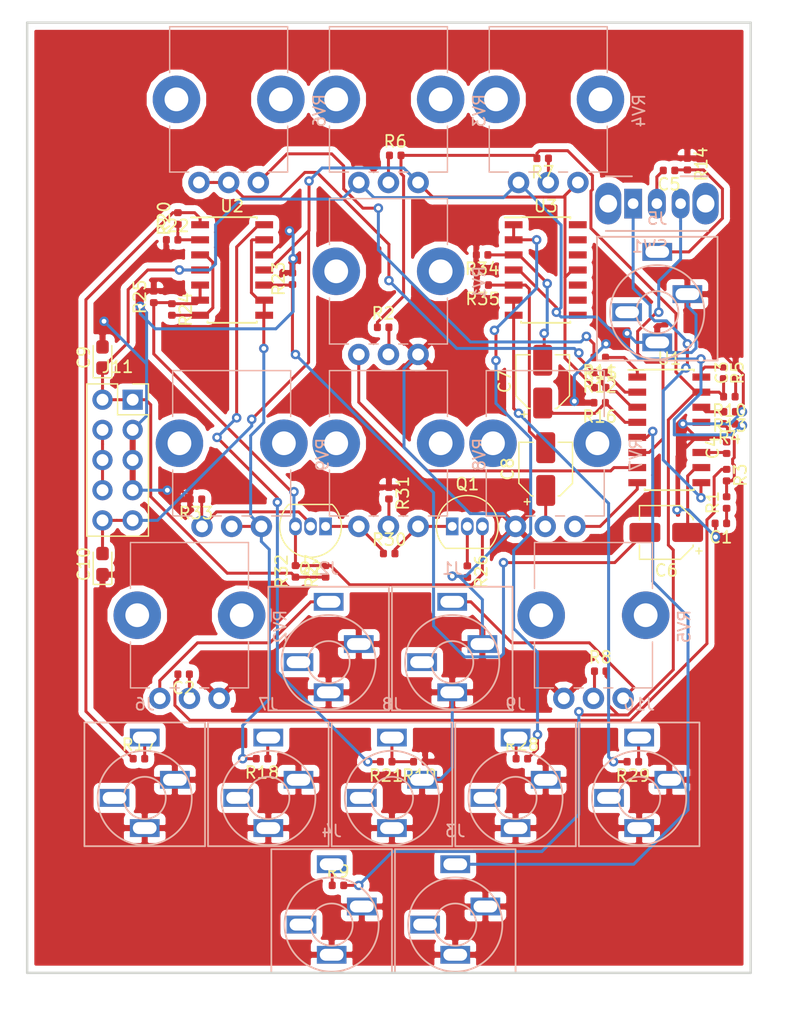
<source format=kicad_pcb>
(kicad_pcb (version 20171130) (host pcbnew "(5.0.2)-1")
  (layers (0 F.Cu signal) (31 B.Cu signal) (34 B.Paste user) (35 F.Paste user) (36 B.SilkS user) (37 F.SilkS user) (38 B.Mask user) (39 F.Mask user) (44 Edge.Cuts user))
  (net 0 "")
  (net 1 GND)
  (net 2 "Net-(C1-Pad1)")
  (net 3 "Net-(C2-Pad1)")
  (net 4 "Net-(C2-Pad2)")
  (net 5 "Net-(C3-Pad1)")
  (net 6 "Net-(C4-Pad1)")
  (net 7 "Net-(C5-Pad1)")
  (net 8 "Net-(C5-Pad2)")
  (net 9 TRIANGLE)
  (net 10 "Net-(C6-Pad2)")
  (net 11 PULSE)
  (net 12 "Net-(C7-Pad2)")
  (net 13 "Net-(C8-Pad2)")
  (net 14 SAW)
  (net 15 +12V)
  (net 16 -12V)
  (net 17 "Net-(J1-PadT)")
  (net 18 "Net-(J1-PadR)")
  (net 19 "Net-(J2-PadR)")
  (net 20 "Net-(J2-PadT)")
  (net 21 VPWM)
  (net 22 "Net-(J3-PadR)")
  (net 23 "Net-(J4-PadT)")
  (net 24 "Net-(J4-PadR)")
  (net 25 "Net-(J5-PadR)")
  (net 26 "Net-(J6-PadR)")
  (net 27 "Net-(J6-PadT)")
  (net 28 "Net-(J7-PadT)")
  (net 29 "Net-(J7-PadR)")
  (net 30 "Net-(J8-PadR)")
  (net 31 "Net-(J8-PadT)")
  (net 32 "Net-(J9-PadT)")
  (net 33 "Net-(J9-PadR)")
  (net 34 "Net-(J10-PadR)")
  (net 35 "Net-(J10-PadT)")
  (net 36 "Net-(J11-Pad4)")
  (net 37 "Net-(Q1-Pad1)")
  (net 38 "Net-(Q1-Pad3)")
  (net 39 "Net-(Q1-Pad2)")
  (net 40 "Net-(Q2-Pad2)")
  (net 41 "Net-(Q2-Pad1)")
  (net 42 VLFI)
  (net 43 VFCI)
  (net 44 "Net-(R2-Pad2)")
  (net 45 "Net-(R6-Pad1)")
  (net 46 "Net-(R7-Pad1)")
  (net 47 "Net-(R8-Pad1)")
  (net 48 "Net-(R11-Pad1)")
  (net 49 "Net-(R11-Pad2)")
  (net 50 REE)
  (net 51 "Net-(R12-Pad1)")
  (net 52 "Net-(R13-Pad2)")
  (net 53 "Net-(R17-Pad1)")
  (net 54 TRI_OUT)
  (net 55 "Net-(R20-Pad1)")
  (net 56 "Net-(R21-Pad2)")
  (net 57 "Net-(R24-Pad2)")
  (net 58 "Net-(R28-Pad2)")
  (net 59 "Net-(R29-Pad2)")
  (net 60 "Net-(R31-Pad2)")
  (net 61 VSSI)
  (net 62 VHSI)
  (net 63 VHFT)
  (net 64 "Net-(RV7-Pad3)")
  (net 65 "Net-(J1-PadG)")
  (net 66 "Net-(J2-PadG)")
  (net 67 "Net-(J3-PadG)")
  (net 68 "Net-(J4-PadG)")
  (net 69 "Net-(J5-PadG)")
  (net 70 "Net-(J6-PadG)")
  (net 71 "Net-(J7-PadG)")
  (net 72 "Net-(J8-PadG)")
  (net 73 "Net-(J9-PadG)")
  (net 74 "Net-(J10-PadG)")
  (module Capacitor_SMD:C_0402_1005Metric (layer F.Cu) (at 163.345 99.822 180)
    (fp_text reference C1 (at 0 -1.17 180) (layer F.SilkS))
    (fp_text value 10nF)
    (pad 2 smd roundrect (at 0.485 0 180) (size 0.59 0.64) (layers F.Cu F.Paste F.Mask) (net 1 GND))
    (pad 1 smd roundrect (at -0.485 0 180) (size 0.59 0.64) (layers F.Cu F.Paste F.Mask) (net 2 "Net-(C1-Pad1)"))
  )
  (module Capacitor_SMD:C_0402_1005Metric (layer F.Cu) (at 118.087 112.522 180)
    (fp_text reference C2 (at 0 -1.17 180) (layer F.SilkS))
    (fp_text value 100nF)
    (pad 1 smd roundrect (at -0.485 0 180) (size 0.59 0.64) (layers F.Cu F.Paste F.Mask) (net 3 "Net-(C2-Pad1)"))
    (pad 2 smd roundrect (at 0.485 0 180) (size 0.59 0.64) (layers F.Cu F.Paste F.Mask) (net 4 "Net-(C2-Pad2)"))
  )
  (module Capacitor_SMD:C_0402_1005Metric (layer F.Cu) (at 164.592 87.145 90)
    (fp_text reference C3 (at 0 -1.17 90) (layer F.SilkS))
    (fp_text value 10nF)
    (pad 1 smd roundrect (at -0.485 0 90) (size 0.59 0.64) (layers F.Cu F.Paste F.Mask) (net 5 "Net-(C3-Pad1)"))
    (pad 2 smd roundrect (at 0.485 0 90) (size 0.59 0.64) (layers F.Cu F.Paste F.Mask) (net 1 GND))
  )
  (module Capacitor_SMD:C_0402_1005Metric (layer F.Cu) (at 163.83 93.449 90)
    (fp_text reference C4 (at 0 -1.17 90) (layer F.SilkS))
    (fp_text value 1nF)
    (pad 2 smd roundrect (at 0.485 0 90) (size 0.59 0.64) (layers F.Cu F.Paste F.Mask) (net 1 GND))
    (pad 1 smd roundrect (at -0.485 0 90) (size 0.59 0.64) (layers F.Cu F.Paste F.Mask) (net 6 "Net-(C4-Pad1)"))
  )
  (module Capacitor_SMD:C_0402_1005Metric (layer F.Cu) (at 158.981 70.104 180)
    (fp_text reference C5 (at 0 -1.17 180) (layer F.SilkS))
    (fp_text value 1nF)
    (pad 1 smd roundrect (at -0.485 0 180) (size 0.59 0.64) (layers F.Cu F.Paste F.Mask) (net 7 "Net-(C5-Pad1)"))
    (pad 2 smd roundrect (at 0.485 0 180) (size 0.59 0.64) (layers F.Cu F.Paste F.Mask) (net 8 "Net-(C5-Pad2)"))
  )
  (module Capacitor_SMD:CP_Elec_4x5.4 (layer F.Cu) (at 158.75 100.584 180)
    (fp_text reference C6 (at 0 -3.2 180) (layer F.SilkS))
    (fp_text value 47uF)
    (pad 1 smd roundrect (at -1.8 0 180) (size 2.6 1.6) (layers F.Cu F.Paste F.Mask) (roundrect_rratio 0.15625) (net 9 TRIANGLE))
    (pad 2 smd roundrect (at 1.8 0 180) (size 2.6 1.6) (layers F.Cu F.Paste F.Mask) (roundrect_rratio 0.15625) (net 10 "Net-(C6-Pad2)"))
  )
  (module Capacitor_SMD:CP_Elec_4x5.4 (layer F.Cu) (at 148.336 87.884 90)
    (fp_text reference C7 (at 0 -3.2 90) (layer F.SilkS))
    (fp_text value 47uF)
    (pad 1 smd roundrect (at -1.8 0 90) (size 2.6 1.6) (layers F.Cu F.Paste F.Mask) (roundrect_rratio 0.15625) (net 11 PULSE))
    (pad 2 smd roundrect (at 1.8 0 90) (size 2.6 1.6) (layers F.Cu F.Paste F.Mask) (roundrect_rratio 0.15625) (net 12 "Net-(C7-Pad2)"))
  )
  (module Capacitor_SMD:CP_Elec_4x5.4 (layer F.Cu) (at 148.59 95.25 90)
    (fp_text reference C8 (at 0 -3.2 90) (layer F.SilkS))
    (fp_text value 47uF)
    (pad 2 smd roundrect (at 1.8 0 90) (size 2.6 1.6) (layers F.Cu F.Paste F.Mask) (roundrect_rratio 0.15625) (net 13 "Net-(C8-Pad2)"))
    (pad 1 smd roundrect (at -1.8 0 90) (size 2.6 1.6) (layers F.Cu F.Paste F.Mask) (roundrect_rratio 0.15625) (net 14 SAW))
  )
  (module Capacitor_Tantalum_SMD:CP_EIA-2012-12_Kemet-R (layer F.Cu) (at 111.252 85.852 90)
    (fp_text reference C9 (at 0 -1.58 90) (layer F.SilkS))
    (fp_text value 10uF)
    (pad 1 smd roundrect (at -0.8875 0 90) (size 1.125 1.05) (layers F.Cu F.Paste F.Mask) (roundrect_rratio 0.238095) (net 15 +12V))
    (pad 2 smd roundrect (at 0.8875 0 90) (size 1.125 1.05) (layers F.Cu F.Paste F.Mask) (roundrect_rratio 0.238095) (net 1 GND))
  )
  (module Capacitor_Tantalum_SMD:CP_EIA-2012-12_Kemet-R (layer F.Cu) (at 111.252 103.2495 90)
    (fp_text reference C10 (at 0 -1.58 90) (layer F.SilkS))
    (fp_text value 10uF)
    (pad 2 smd roundrect (at 0.8875 0 90) (size 1.125 1.05) (layers F.Cu F.Paste F.Mask) (roundrect_rratio 0.238095) (net 16 -12V))
    (pad 1 smd roundrect (at -0.8875 0 90) (size 1.125 1.05) (layers F.Cu F.Paste F.Mask) (roundrect_rratio 0.238095) (net 1 GND))
  )
  (module synth:jack_audio (layer B.Cu) (at 140.716 111.506 180)
    (fp_text reference J1 (at 0 7.882 180) (layer B.SilkS) (effects (justify mirror)))
    (fp_text value EXP_FM)
    (pad T thru_hole rect (at 0 5.08 180) (size 2.5 1.5) (drill oval 2 1) (layers *.Cu *.Mask) (net 17 "Net-(J1-PadT)"))
    (pad R thru_hole rect (at 2.54 0 180) (size 2.5 1.5) (drill oval 2 1) (layers *.Cu *.Mask) (net 18 "Net-(J1-PadR)"))
    (pad G thru_hole rect (at -2.54 1.524 180) (size 2.5 1.5) (drill oval 2 1) (layers *.Cu *.Mask) (net 65 "Net-(J1-PadG)"))
    (pad S thru_hole rect (at 0 -2.54 180) (size 2.5 1.5) (drill oval 2 1) (layers *.Cu *.Mask) (net 1 GND))
  )
  (module synth:jack_audio (layer B.Cu) (at 130.302 111.506 180)
    (fp_text reference J2 (at 0 7.882 180) (layer B.SilkS) (effects (justify mirror)))
    (fp_text value LIN_FM)
    (pad S thru_hole rect (at 0 -2.54 180) (size 2.5 1.5) (drill oval 2 1) (layers *.Cu *.Mask) (net 1 GND))
    (pad G thru_hole rect (at -2.54 1.524 180) (size 2.5 1.5) (drill oval 2 1) (layers *.Cu *.Mask) (net 66 "Net-(J2-PadG)"))
    (pad R thru_hole rect (at 2.54 0 180) (size 2.5 1.5) (drill oval 2 1) (layers *.Cu *.Mask) (net 19 "Net-(J2-PadR)"))
    (pad T thru_hole rect (at 0 5.08 180) (size 2.5 1.5) (drill oval 2 1) (layers *.Cu *.Mask) (net 20 "Net-(J2-PadT)"))
  )
  (module synth:jack_audio (layer B.Cu) (at 140.97 133.604 180)
    (fp_text reference J3 (at 0 7.882 180) (layer B.SilkS) (effects (justify mirror)))
    (fp_text value PWM_IN)
    (pad T thru_hole rect (at 0 5.08 180) (size 2.5 1.5) (drill oval 2 1) (layers *.Cu *.Mask) (net 21 VPWM))
    (pad R thru_hole rect (at 2.54 0 180) (size 2.5 1.5) (drill oval 2 1) (layers *.Cu *.Mask) (net 22 "Net-(J3-PadR)"))
    (pad G thru_hole rect (at -2.54 1.524 180) (size 2.5 1.5) (drill oval 2 1) (layers *.Cu *.Mask) (net 67 "Net-(J3-PadG)"))
    (pad S thru_hole rect (at 0 -2.54 180) (size 2.5 1.5) (drill oval 2 1) (layers *.Cu *.Mask) (net 1 GND))
  )
  (module synth:jack_audio (layer B.Cu) (at 130.556 133.604 180)
    (fp_text reference J4 (at 0 7.882 180) (layer B.SilkS) (effects (justify mirror)))
    (fp_text value "CV 1V/OCT")
    (pad T thru_hole rect (at 0 5.08 180) (size 2.5 1.5) (drill oval 2 1) (layers *.Cu *.Mask) (net 23 "Net-(J4-PadT)"))
    (pad R thru_hole rect (at 2.54 0 180) (size 2.5 1.5) (drill oval 2 1) (layers *.Cu *.Mask) (net 24 "Net-(J4-PadR)"))
    (pad G thru_hole rect (at -2.54 1.524 180) (size 2.5 1.5) (drill oval 2 1) (layers *.Cu *.Mask) (net 68 "Net-(J4-PadG)"))
    (pad S thru_hole rect (at 0 -2.54 180) (size 2.5 1.5) (drill oval 2 1) (layers *.Cu *.Mask) (net 1 GND))
  )
  (module synth:jack_audio (layer B.Cu) (at 157.988 82.042 180)
    (fp_text reference J5 (at 0 7.882 180) (layer B.SilkS) (effects (justify mirror)))
    (fp_text value SYNC_IN)
    (pad S thru_hole rect (at 0 -2.54 180) (size 2.5 1.5) (drill oval 2 1) (layers *.Cu *.Mask) (net 1 GND))
    (pad G thru_hole rect (at -2.54 1.524 180) (size 2.5 1.5) (drill oval 2 1) (layers *.Cu *.Mask) (net 69 "Net-(J5-PadG)"))
    (pad R thru_hole rect (at 2.54 0 180) (size 2.5 1.5) (drill oval 2 1) (layers *.Cu *.Mask) (net 25 "Net-(J5-PadR)"))
    (pad T thru_hole rect (at 0 5.08 180) (size 2.5 1.5) (drill oval 2 1) (layers *.Cu *.Mask) (net 7 "Net-(C5-Pad1)"))
  )
  (module synth:jack_audio (layer B.Cu) (at 114.808 122.936 180)
    (fp_text reference J6 (at 0 7.882 180) (layer B.SilkS) (effects (justify mirror)))
    (fp_text value SINE)
    (pad S thru_hole rect (at 0 -2.54 180) (size 2.5 1.5) (drill oval 2 1) (layers *.Cu *.Mask) (net 1 GND))
    (pad G thru_hole rect (at -2.54 1.524 180) (size 2.5 1.5) (drill oval 2 1) (layers *.Cu *.Mask) (net 70 "Net-(J6-PadG)"))
    (pad R thru_hole rect (at 2.54 0 180) (size 2.5 1.5) (drill oval 2 1) (layers *.Cu *.Mask) (net 26 "Net-(J6-PadR)"))
    (pad T thru_hole rect (at 0 5.08 180) (size 2.5 1.5) (drill oval 2 1) (layers *.Cu *.Mask) (net 27 "Net-(J6-PadT)"))
  )
  (module synth:jack_audio (layer B.Cu) (at 125.222 122.936 180)
    (fp_text reference J7 (at 0 7.882 180) (layer B.SilkS) (effects (justify mirror)))
    (fp_text value TRI)
    (pad T thru_hole rect (at 0 5.08 180) (size 2.5 1.5) (drill oval 2 1) (layers *.Cu *.Mask) (net 28 "Net-(J7-PadT)"))
    (pad R thru_hole rect (at 2.54 0 180) (size 2.5 1.5) (drill oval 2 1) (layers *.Cu *.Mask) (net 29 "Net-(J7-PadR)"))
    (pad G thru_hole rect (at -2.54 1.524 180) (size 2.5 1.5) (drill oval 2 1) (layers *.Cu *.Mask) (net 71 "Net-(J7-PadG)"))
    (pad S thru_hole rect (at 0 -2.54 180) (size 2.5 1.5) (drill oval 2 1) (layers *.Cu *.Mask) (net 1 GND))
  )
  (module synth:jack_audio (layer B.Cu) (at 135.636 122.936 180)
    (fp_text reference J8 (at 0 7.882 180) (layer B.SilkS) (effects (justify mirror)))
    (fp_text value SQUARE)
    (pad S thru_hole rect (at 0 -2.54 180) (size 2.5 1.5) (drill oval 2 1) (layers *.Cu *.Mask) (net 1 GND))
    (pad G thru_hole rect (at -2.54 1.524 180) (size 2.5 1.5) (drill oval 2 1) (layers *.Cu *.Mask) (net 72 "Net-(J8-PadG)"))
    (pad R thru_hole rect (at 2.54 0 180) (size 2.5 1.5) (drill oval 2 1) (layers *.Cu *.Mask) (net 30 "Net-(J8-PadR)"))
    (pad T thru_hole rect (at 0 5.08 180) (size 2.5 1.5) (drill oval 2 1) (layers *.Cu *.Mask) (net 31 "Net-(J8-PadT)"))
  )
  (module synth:jack_audio (layer B.Cu) (at 146.05 122.936 180)
    (fp_text reference J9 (at 0 7.882 180) (layer B.SilkS) (effects (justify mirror)))
    (fp_text value PULSE)
    (pad T thru_hole rect (at 0 5.08 180) (size 2.5 1.5) (drill oval 2 1) (layers *.Cu *.Mask) (net 32 "Net-(J9-PadT)"))
    (pad R thru_hole rect (at 2.54 0 180) (size 2.5 1.5) (drill oval 2 1) (layers *.Cu *.Mask) (net 33 "Net-(J9-PadR)"))
    (pad G thru_hole rect (at -2.54 1.524 180) (size 2.5 1.5) (drill oval 2 1) (layers *.Cu *.Mask) (net 73 "Net-(J9-PadG)"))
    (pad S thru_hole rect (at 0 -2.54 180) (size 2.5 1.5) (drill oval 2 1) (layers *.Cu *.Mask) (net 1 GND))
  )
  (module synth:jack_audio (layer B.Cu) (at 156.464 122.936 180)
    (fp_text reference J10 (at 0 7.882 180) (layer B.SilkS) (effects (justify mirror)))
    (fp_text value SAW)
    (pad S thru_hole rect (at 0 -2.54 180) (size 2.5 1.5) (drill oval 2 1) (layers *.Cu *.Mask) (net 1 GND))
    (pad G thru_hole rect (at -2.54 1.524 180) (size 2.5 1.5) (drill oval 2 1) (layers *.Cu *.Mask) (net 74 "Net-(J10-PadG)"))
    (pad R thru_hole rect (at 2.54 0 180) (size 2.5 1.5) (drill oval 2 1) (layers *.Cu *.Mask) (net 34 "Net-(J10-PadR)"))
    (pad T thru_hole rect (at 0 5.08 180) (size 2.5 1.5) (drill oval 2 1) (layers *.Cu *.Mask) (net 35 "Net-(J10-PadT)"))
  )
  (module Connector_PinSocket_2.54mm:PinSocket_2x05_P2.54mm_Vertical (layer F.Cu) (at 113.792 89.408)
    (fp_text reference J11 (at -1.27 -2.77) (layer F.SilkS))
    (fp_text value Conn_02x05_Odd_Even)
    (pad 1 thru_hole rect (at 0 0) (size 1.7 1.7) (drill 1) (layers *.Cu *.Mask) (net 15 +12V))
    (pad 2 thru_hole oval (at -2.54 0) (size 1.7 1.7) (drill 1) (layers *.Cu *.Mask) (net 15 +12V))
    (pad 3 thru_hole oval (at 0 2.54) (size 1.7 1.7) (drill 1) (layers *.Cu *.Mask) (net 1 GND))
    (pad 4 thru_hole oval (at -2.54 2.54) (size 1.7 1.7) (drill 1) (layers *.Cu *.Mask) (net 36 "Net-(J11-Pad4)"))
    (pad 5 thru_hole oval (at 0 5.08) (size 1.7 1.7) (drill 1) (layers *.Cu *.Mask) (net 1 GND))
    (pad 6 thru_hole oval (at -2.54 5.08) (size 1.7 1.7) (drill 1) (layers *.Cu *.Mask) (net 36 "Net-(J11-Pad4)"))
    (pad 7 thru_hole oval (at 0 7.62) (size 1.7 1.7) (drill 1) (layers *.Cu *.Mask) (net 1 GND))
    (pad 8 thru_hole oval (at -2.54 7.62) (size 1.7 1.7) (drill 1) (layers *.Cu *.Mask) (net 36 "Net-(J11-Pad4)"))
    (pad 9 thru_hole oval (at 0 10.16) (size 1.7 1.7) (drill 1) (layers *.Cu *.Mask) (net 16 -12V))
    (pad 10 thru_hole oval (at -2.54 10.16) (size 1.7 1.7) (drill 1) (layers *.Cu *.Mask) (net 16 -12V))
  )
  (module Package_TO_SOT_THT:TO-92_Inline (layer F.Cu) (at 140.716 100.076)
    (fp_text reference Q1 (at 1.27 -3.56) (layer F.SilkS))
    (fp_text value 2N3904)
    (pad 1 thru_hole rect (at 0 0) (size 1.05 1.5) (drill 0.75) (layers *.Cu *.Mask) (net 37 "Net-(Q1-Pad1)"))
    (pad 3 thru_hole oval (at 2.54 0) (size 1.05 1.5) (drill 0.75) (layers *.Cu *.Mask) (net 38 "Net-(Q1-Pad3)"))
    (pad 2 thru_hole oval (at 1.27 0) (size 1.05 1.5) (drill 0.75) (layers *.Cu *.Mask) (net 39 "Net-(Q1-Pad2)"))
  )
  (module Package_TO_SOT_THT:TO-92_Inline (layer F.Cu) (at 130.048 100.076 180)
    (fp_text reference Q2 (at 1.27 -3.56 180) (layer F.SilkS))
    (fp_text value 2N3904)
    (pad 2 thru_hole oval (at 1.27 0 180) (size 1.05 1.5) (drill 0.75) (layers *.Cu *.Mask) (net 40 "Net-(Q2-Pad2)"))
    (pad 3 thru_hole oval (at 2.54 0 180) (size 1.05 1.5) (drill 0.75) (layers *.Cu *.Mask) (net 38 "Net-(Q1-Pad3)"))
    (pad 1 thru_hole rect (at 0 0 180) (size 1.05 1.5) (drill 0.75) (layers *.Cu *.Mask) (net 41 "Net-(Q2-Pad1)"))
  )
  (module Resistor_SMD:R_0402_1005Metric (layer F.Cu) (at 163.83 98.067 90)
    (fp_text reference R1 (at 0 -1.17 90) (layer F.SilkS))
    (fp_text value 470)
    (pad 2 smd roundrect (at 0.485 0 90) (size 0.59 0.64) (layers F.Cu F.Paste F.Mask) (net 42 VLFI))
    (pad 1 smd roundrect (at -0.485 0 90) (size 0.59 0.64) (layers F.Cu F.Paste F.Mask) (net 2 "Net-(C1-Pad1)"))
  )
  (module Resistor_SMD:R_0402_1005Metric (layer F.Cu) (at 134.897 83.312)
    (fp_text reference R2 (at 0 -1.17) (layer F.SilkS))
    (fp_text value 1M)
    (pad 1 smd roundrect (at -0.485 0) (size 0.59 0.64) (layers F.Cu F.Paste F.Mask) (net 43 VFCI))
    (pad 2 smd roundrect (at 0.485 0) (size 0.59 0.64) (layers F.Cu F.Paste F.Mask) (net 44 "Net-(R2-Pad2)"))
  )
  (module Resistor_SMD:R_0402_1005Metric (layer F.Cu) (at 163.83 95.758 270)
    (fp_text reference R3 (at 0 -1.17 270) (layer F.SilkS))
    (fp_text value 1M)
    (pad 1 smd roundrect (at -0.485 0 270) (size 0.59 0.64) (layers F.Cu F.Paste F.Mask) (net 4 "Net-(C2-Pad2)"))
    (pad 2 smd roundrect (at 0.485 0 270) (size 0.59 0.64) (layers F.Cu F.Paste F.Mask) (net 42 VLFI))
  )
  (module Resistor_SMD:R_0402_1005Metric (layer F.Cu) (at 164.061 91.44 180)
    (fp_text reference R4 (at 0 -1.17 180) (layer F.SilkS))
    (fp_text value 1.5M)
    (pad 2 smd roundrect (at 0.485 0 180) (size 0.59 0.64) (layers F.Cu F.Paste F.Mask) (net 42 VLFI))
    (pad 1 smd roundrect (at -0.485 0 180) (size 0.59 0.64) (layers F.Cu F.Paste F.Mask) (net 15 +12V))
  )
  (module Resistor_SMD:R_0402_1005Metric (layer F.Cu) (at 163.576 87.145 270)
    (fp_text reference R5 (at 0 -1.17 270) (layer F.SilkS))
    (fp_text value 360K)
    (pad 2 smd roundrect (at 0.485 0 270) (size 0.59 0.64) (layers F.Cu F.Paste F.Mask) (net 43 VFCI))
    (pad 1 smd roundrect (at -0.485 0 270) (size 0.59 0.64) (layers F.Cu F.Paste F.Mask) (net 15 +12V))
  )
  (module Resistor_SMD:R_0402_1005Metric (layer F.Cu) (at 135.913 68.834)
    (fp_text reference R6 (at 0 -1.17) (layer F.SilkS))
    (fp_text value 1.2M)
    (pad 2 smd roundrect (at 0.485 0) (size 0.59 0.64) (layers F.Cu F.Paste F.Mask) (net 43 VFCI))
    (pad 1 smd roundrect (at -0.485 0) (size 0.59 0.64) (layers F.Cu F.Paste F.Mask) (net 45 "Net-(R6-Pad1)"))
  )
  (module Resistor_SMD:R_0402_1005Metric (layer F.Cu) (at 148.336 69.088 180)
    (fp_text reference R7 (at 0 -1.17 180) (layer F.SilkS))
    (fp_text value 5.6M)
    (pad 1 smd roundrect (at -0.485 0 180) (size 0.59 0.64) (layers F.Cu F.Paste F.Mask) (net 46 "Net-(R7-Pad1)"))
    (pad 2 smd roundrect (at 0.485 0 180) (size 0.59 0.64) (layers F.Cu F.Paste F.Mask) (net 43 VFCI))
  )
  (module Resistor_SMD:R_0402_1005Metric (layer F.Cu) (at 153.185 112.268)
    (fp_text reference R8 (at 0 -1.17) (layer F.SilkS))
    (fp_text value 100K)
    (pad 2 smd roundrect (at 0.485 0) (size 0.59 0.64) (layers F.Cu F.Paste F.Mask) (net 43 VFCI))
    (pad 1 smd roundrect (at -0.485 0) (size 0.59 0.64) (layers F.Cu F.Paste F.Mask) (net 47 "Net-(R8-Pad1)"))
  )
  (module Resistor_SMD:R_0402_1005Metric (layer F.Cu) (at 131.087 130.302)
    (fp_text reference R9 (at 0 -1.17) (layer F.SilkS))
    (fp_text value 100K)
    (pad 1 smd roundrect (at -0.485 0) (size 0.59 0.64) (layers F.Cu F.Paste F.Mask) (net 23 "Net-(J4-PadT)"))
    (pad 2 smd roundrect (at 0.485 0) (size 0.59 0.64) (layers F.Cu F.Paste F.Mask) (net 43 VFCI))
  )
  (module Resistor_SMD:R_0402_1005Metric (layer F.Cu) (at 164.061 89.154 180)
    (fp_text reference R10 (at 0 -1.17 180) (layer F.SilkS))
    (fp_text value 470)
    (pad 1 smd roundrect (at -0.485 0 180) (size 0.59 0.64) (layers F.Cu F.Paste F.Mask) (net 5 "Net-(C3-Pad1)"))
    (pad 2 smd roundrect (at 0.485 0 180) (size 0.59 0.64) (layers F.Cu F.Paste F.Mask) (net 43 VFCI))
  )
  (module Resistor_SMD:R_0402_1005Metric (layer F.Cu) (at 153.139 85.852 180)
    (fp_text reference R11 (at 0 -1.17 180) (layer F.SilkS))
    (fp_text value 24K)
    (pad 1 smd roundrect (at -0.485 0 180) (size 0.59 0.64) (layers F.Cu F.Paste F.Mask) (net 48 "Net-(R11-Pad1)"))
    (pad 2 smd roundrect (at 0.485 0 180) (size 0.59 0.64) (layers F.Cu F.Paste F.Mask) (net 49 "Net-(R11-Pad2)"))
  )
  (module Resistor_SMD:R_0402_1005Metric (layer F.Cu) (at 153.139 87.122 180)
    (fp_text reference R12 (at 0 -1.17 180) (layer F.SilkS))
    (fp_text value 5.6K)
    (pad 2 smd roundrect (at 0.485 0 180) (size 0.59 0.64) (layers F.Cu F.Paste F.Mask) (net 50 REE))
    (pad 1 smd roundrect (at -0.485 0 180) (size 0.59 0.64) (layers F.Cu F.Paste F.Mask) (net 51 "Net-(R12-Pad1)"))
  )
  (module Resistor_SMD:R_0402_1005Metric (layer F.Cu) (at 164.084 90.424 180)
    (fp_text reference R13 (at 0 -1.17 180) (layer F.SilkS))
    (fp_text value 1.8k)
    (pad 1 smd roundrect (at -0.485 0 180) (size 0.59 0.64) (layers F.Cu F.Paste F.Mask) (net 1 GND))
    (pad 2 smd roundrect (at 0.485 0 180) (size 0.59 0.64) (layers F.Cu F.Paste F.Mask) (net 52 "Net-(R13-Pad2)"))
  )
  (module Resistor_SMD:R_0402_1005Metric (layer F.Cu) (at 160.528 69.573 270)
    (fp_text reference R14 (at 0 -1.17 270) (layer F.SilkS))
    (fp_text value 100K)
    (pad 2 smd roundrect (at 0.485 0 270) (size 0.59 0.64) (layers F.Cu F.Paste F.Mask) (net 7 "Net-(C5-Pad1)"))
    (pad 1 smd roundrect (at -0.485 0 270) (size 0.59 0.64) (layers F.Cu F.Paste F.Mask) (net 1 GND))
  )
  (module Resistor_SMD:R_0402_1005Metric (layer F.Cu) (at 153.185 88.392)
    (fp_text reference R15 (at 0 -1.17) (layer F.SilkS))
    (fp_text value 820)
    (pad 1 smd roundrect (at -0.485 0) (size 0.59 0.64) (layers F.Cu F.Paste F.Mask) (net 16 -12V))
    (pad 2 smd roundrect (at 0.485 0) (size 0.59 0.64) (layers F.Cu F.Paste F.Mask) (net 50 REE))
  )
  (module Resistor_SMD:R_0402_1005Metric (layer F.Cu) (at 153.139 89.662 180)
    (fp_text reference R16 (at 0 -1.17 180) (layer F.SilkS))
    (fp_text value 51K)
    (pad 2 smd roundrect (at 0.485 0 180) (size 0.59 0.64) (layers F.Cu F.Paste F.Mask) (net 1 GND))
    (pad 1 smd roundrect (at -0.485 0 180) (size 0.59 0.64) (layers F.Cu F.Paste F.Mask) (net 11 PULSE))
  )
  (module Resistor_SMD:R_0402_1005Metric (layer F.Cu) (at 114.323 119.634)
    (fp_text reference R17 (at 0 -1.17) (layer F.SilkS))
    (fp_text value 1K)
    (pad 1 smd roundrect (at -0.485 0) (size 0.59 0.64) (layers F.Cu F.Paste F.Mask) (net 53 "Net-(R17-Pad1)"))
    (pad 2 smd roundrect (at 0.485 0) (size 0.59 0.64) (layers F.Cu F.Paste F.Mask) (net 27 "Net-(J6-PadT)"))
  )
  (module Resistor_SMD:R_0402_1005Metric (layer F.Cu) (at 124.691 119.634 180)
    (fp_text reference R18 (at 0 -1.17 180) (layer F.SilkS))
    (fp_text value 1K)
    (pad 2 smd roundrect (at 0.485 0 180) (size 0.59 0.64) (layers F.Cu F.Paste F.Mask) (net 54 TRI_OUT))
    (pad 1 smd roundrect (at -0.485 0 180) (size 0.59 0.64) (layers F.Cu F.Paste F.Mask) (net 28 "Net-(J7-PadT)"))
  )
  (module Resistor_SMD:R_0402_1005Metric (layer F.Cu) (at 137.945 119.888 180)
    (fp_text reference R19 (at 0 -1.17 180) (layer F.SilkS))
    (fp_text value 82K)
    (pad 2 smd roundrect (at 0.485 0 180) (size 0.59 0.64) (layers F.Cu F.Paste F.Mask) (net 31 "Net-(J8-PadT)"))
    (pad 1 smd roundrect (at -0.485 0 180) (size 0.59 0.64) (layers F.Cu F.Paste F.Mask) (net 1 GND))
  )
  (module Resistor_SMD:R_0402_1005Metric (layer F.Cu) (at 117.602 74.145 90)
    (fp_text reference R20 (at 0 -1.17 90) (layer F.SilkS))
    (fp_text value 10K)
    (pad 1 smd roundrect (at -0.485 0 90) (size 0.59 0.64) (layers F.Cu F.Paste F.Mask) (net 55 "Net-(R20-Pad1)"))
    (pad 2 smd roundrect (at 0.485 0 90) (size 0.59 0.64) (layers F.Cu F.Paste F.Mask) (net 53 "Net-(R17-Pad1)"))
  )
  (module Resistor_SMD:R_0402_1005Metric (layer F.Cu) (at 135.151 119.888 180)
    (fp_text reference R21 (at 0 -1.17 180) (layer F.SilkS))
    (fp_text value 15K)
    (pad 1 smd roundrect (at -0.485 0 180) (size 0.59 0.64) (layers F.Cu F.Paste F.Mask) (net 31 "Net-(J8-PadT)"))
    (pad 2 smd roundrect (at 0.485 0 180) (size 0.59 0.64) (layers F.Cu F.Paste F.Mask) (net 56 "Net-(R21-Pad2)"))
  )
  (module Resistor_SMD:R_0402_1005Metric (layer F.Cu) (at 117.117 75.946)
    (fp_text reference R22 (at 0 -1.17) (layer F.SilkS))
    (fp_text value 10K)
    (pad 2 smd roundrect (at 0.485 0) (size 0.59 0.64) (layers F.Cu F.Paste F.Mask) (net 55 "Net-(R20-Pad1)"))
    (pad 1 smd roundrect (at -0.485 0) (size 0.59 0.64) (layers F.Cu F.Paste F.Mask) (net 1 GND))
  )
  (module Resistor_SMD:R_0402_1005Metric (layer F.Cu) (at 127.254 79.225 90)
    (fp_text reference R23 (at 0 -1.17 90) (layer F.SilkS))
    (fp_text value 10K)
    (pad 1 smd roundrect (at -0.485 0 90) (size 0.59 0.64) (layers F.Cu F.Paste F.Mask) (net 10 "Net-(C6-Pad2)"))
    (pad 2 smd roundrect (at 0.485 0 90) (size 0.59 0.64) (layers F.Cu F.Paste F.Mask) (net 1 GND))
  )
  (module Resistor_SMD:R_0402_1005Metric (layer F.Cu) (at 117.094 81.811 270)
    (fp_text reference R24 (at 0 -1.17 270) (layer F.SilkS))
    (fp_text value 22K)
    (pad 2 smd roundrect (at 0.485 0 270) (size 0.59 0.64) (layers F.Cu F.Paste F.Mask) (net 57 "Net-(R24-Pad2)"))
    (pad 1 smd roundrect (at -0.485 0 270) (size 0.59 0.64) (layers F.Cu F.Paste F.Mask) (net 38 "Net-(Q1-Pad3)"))
  )
  (module Resistor_SMD:R_0402_1005Metric (layer F.Cu) (at 115.57 80.749 90)
    (fp_text reference R25 (at 0 -1.17 90) (layer F.SilkS))
    (fp_text value 22K)
    (pad 1 smd roundrect (at -0.485 0 90) (size 0.59 0.64) (layers F.Cu F.Paste F.Mask) (net 38 "Net-(Q1-Pad3)"))
    (pad 2 smd roundrect (at 0.485 0 90) (size 0.59 0.64) (layers F.Cu F.Paste F.Mask) (net 1 GND))
  )
  (module Resistor_SMD:R_0402_1005Metric (layer F.Cu) (at 141.986 103.886 270)
    (fp_text reference R26 (at 0 -1.17 270) (layer F.SilkS))
    (fp_text value 470)
    (pad 2 smd roundrect (at 0.485 0 270) (size 0.59 0.64) (layers F.Cu F.Paste F.Mask) (net 1 GND))
    (pad 1 smd roundrect (at -0.485 0 270) (size 0.59 0.64) (layers F.Cu F.Paste F.Mask) (net 39 "Net-(Q1-Pad2)"))
  )
  (module Resistor_SMD:R_0402_1005Metric (layer F.Cu) (at 130.048 103.863 90)
    (fp_text reference R27 (at 0 -1.17 90) (layer F.SilkS))
    (fp_text value 10K)
    (pad 2 smd roundrect (at 0.485 0 90) (size 0.59 0.64) (layers F.Cu F.Paste F.Mask) (net 38 "Net-(Q1-Pad3)"))
    (pad 1 smd roundrect (at -0.485 0 90) (size 0.59 0.64) (layers F.Cu F.Paste F.Mask) (net 15 +12V))
  )
  (module Resistor_SMD:R_0402_1005Metric (layer F.Cu) (at 146.581 119.634)
    (fp_text reference R28 (at 0 -1.17) (layer F.SilkS))
    (fp_text value 1K)
    (pad 1 smd roundrect (at -0.485 0) (size 0.59 0.64) (layers F.Cu F.Paste F.Mask) (net 32 "Net-(J9-PadT)"))
    (pad 2 smd roundrect (at 0.485 0) (size 0.59 0.64) (layers F.Cu F.Paste F.Mask) (net 58 "Net-(R28-Pad2)"))
  )
  (module Resistor_SMD:R_0402_1005Metric (layer F.Cu) (at 155.933 119.888 180)
    (fp_text reference R29 (at 0 -1.17 180) (layer F.SilkS))
    (fp_text value 1K)
    (pad 2 smd roundrect (at 0.485 0 180) (size 0.59 0.64) (layers F.Cu F.Paste F.Mask) (net 59 "Net-(R29-Pad2)"))
    (pad 1 smd roundrect (at -0.485 0 180) (size 0.59 0.64) (layers F.Cu F.Paste F.Mask) (net 35 "Net-(J10-PadT)"))
  )
  (module Resistor_SMD:R_0402_1005Metric (layer F.Cu) (at 135.405 102.362)
    (fp_text reference R30 (at 0 -1.17) (layer F.SilkS))
    (fp_text value 220)
    (pad 1 smd roundrect (at -0.485 0) (size 0.59 0.64) (layers F.Cu F.Paste F.Mask) (net 41 "Net-(Q2-Pad1)"))
    (pad 2 smd roundrect (at 0.485 0) (size 0.59 0.64) (layers F.Cu F.Paste F.Mask) (net 37 "Net-(Q1-Pad1)"))
  )
  (module Resistor_SMD:R_0402_1005Metric (layer F.Cu) (at 135.382 97.282 270)
    (fp_text reference R31 (at 0 -1.17 270) (layer F.SilkS))
    (fp_text value 68K)
    (pad 1 smd roundrect (at -0.485 0 270) (size 0.59 0.64) (layers F.Cu F.Paste F.Mask) (net 1 GND))
    (pad 2 smd roundrect (at 0.485 0 270) (size 0.59 0.64) (layers F.Cu F.Paste F.Mask) (net 60 "Net-(R31-Pad2)"))
  )
  (module Resistor_SMD:R_0402_1005Metric (layer F.Cu) (at 127.508 103.863 90)
    (fp_text reference R32 (at 0 -1.17 90) (layer F.SilkS))
    (fp_text value 10K)
    (pad 1 smd roundrect (at -0.485 0 90) (size 0.59 0.64) (layers F.Cu F.Paste F.Mask) (net 15 +12V))
    (pad 2 smd roundrect (at 0.485 0 90) (size 0.59 0.64) (layers F.Cu F.Paste F.Mask) (net 38 "Net-(Q1-Pad3)"))
  )
  (module Resistor_SMD:R_0402_1005Metric (layer F.Cu) (at 119.126 97.79 180)
    (fp_text reference R33 (at 0 -1.17 180) (layer F.SilkS))
    (fp_text value 470)
    (pad 2 smd roundrect (at 0.485 0 180) (size 0.59 0.64) (layers F.Cu F.Paste F.Mask) (net 1 GND))
    (pad 1 smd roundrect (at -0.485 0 180) (size 0.59 0.64) (layers F.Cu F.Paste F.Mask) (net 40 "Net-(Q2-Pad2)"))
  )
  (module Resistor_SMD:R_0402_1005Metric (layer F.Cu) (at 143.233 77.216 180)
    (fp_text reference R34 (at 0 -1.17 180) (layer F.SilkS))
    (fp_text value 10K)
    (pad 1 smd roundrect (at -0.485 0 180) (size 0.59 0.64) (layers F.Cu F.Paste F.Mask) (net 12 "Net-(C7-Pad2)"))
    (pad 2 smd roundrect (at 0.485 0 180) (size 0.59 0.64) (layers F.Cu F.Paste F.Mask) (net 1 GND))
  )
  (module Resistor_SMD:R_0402_1005Metric (layer F.Cu) (at 143.279 79.756 180)
    (fp_text reference R35 (at 0 -1.17 180) (layer F.SilkS))
    (fp_text value 10K)
    (pad 2 smd roundrect (at 0.485 0 180) (size 0.59 0.64) (layers F.Cu F.Paste F.Mask) (net 1 GND))
    (pad 1 smd roundrect (at -0.485 0 180) (size 0.59 0.64) (layers F.Cu F.Paste F.Mask) (net 13 "Net-(C8-Pad2)"))
  )
  (module Button_Switch_THT:SW_CuK_OS102011MA1QN1_SPDT_Angled (layer B.Cu) (at 155.956 72.898)
    (fp_text reference SW1 (at 1.4 3.6) (layer B.SilkS) (effects (justify mirror)))
    (fp_text value SW_SPDT)
    (pad 1 thru_hole rect (at 0 0) (size 1.5 2.5) (drill 0.9) (layers *.Cu *.Mask) (net 61 VSSI))
    (pad 2 thru_hole oval (at 2 0) (size 1.5 2.5) (drill 0.9) (layers *.Cu *.Mask) (net 8 "Net-(C5-Pad2)"))
    (pad 3 thru_hole oval (at 4 0) (size 1.5 2.5) (drill 0.9) (layers *.Cu *.Mask) (net 62 VHSI))
    (pad "" thru_hole oval (at -2.1 0) (size 2.2 3.5) (drill 1.5) (layers *.Cu *.Mask))
    (pad "" thru_hole oval (at 6.1 0) (size 2.2 3.5) (drill 1.5) (layers *.Cu *.Mask))
  )
  (module Package_SO:SOIC-16_3.9x9.9mm_P1.27mm (layer F.Cu) (at 159.004 91.948)
    (fp_text reference U1 (at 0 -6) (layer F.SilkS))
    (fp_text value AS3340)
    (pad 1 smd rect (at -2.7 -4.445) (size 1.5 0.6) (layers F.Cu F.Paste F.Mask) (net 48 "Net-(R11-Pad1)"))
    (pad 2 smd rect (at -2.7 -3.175) (size 1.5 0.6) (layers F.Cu F.Paste F.Mask) (net 51 "Net-(R12-Pad1)"))
    (pad 3 smd rect (at -2.7 -1.905) (size 1.5 0.6) (layers F.Cu F.Paste F.Mask) (net 50 REE))
    (pad 4 smd rect (at -2.7 -0.635) (size 1.5 0.6) (layers F.Cu F.Paste F.Mask) (net 11 PULSE))
    (pad 5 smd rect (at -2.7 0.635) (size 1.5 0.6) (layers F.Cu F.Paste F.Mask) (net 21 VPWM))
    (pad 6 smd rect (at -2.7 1.905) (size 1.5 0.6) (layers F.Cu F.Paste F.Mask) (net 62 VHSI))
    (pad 7 smd rect (at -2.7 3.175) (size 1.5 0.6) (layers F.Cu F.Paste F.Mask) (net 63 VHFT))
    (pad 8 smd rect (at -2.7 4.445) (size 1.5 0.6) (layers F.Cu F.Paste F.Mask) (net 64 "Net-(RV7-Pad3)"))
    (pad 9 smd rect (at 2.7 4.445) (size 1.5 0.6) (layers F.Cu F.Paste F.Mask) (net 61 VSSI))
    (pad 10 smd rect (at 2.7 3.175) (size 1.5 0.6) (layers F.Cu F.Paste F.Mask) (net 9 TRIANGLE))
    (pad 11 smd rect (at 2.7 1.905) (size 1.5 0.6) (layers F.Cu F.Paste F.Mask) (net 6 "Net-(C4-Pad1)"))
    (pad 12 smd rect (at 2.7 0.635) (size 1.5 0.6) (layers F.Cu F.Paste F.Mask) (net 1 GND))
    (pad 13 smd rect (at 2.7 -0.635) (size 1.5 0.6) (layers F.Cu F.Paste F.Mask) (net 42 VLFI))
    (pad 14 smd rect (at 2.7 -1.905) (size 1.5 0.6) (layers F.Cu F.Paste F.Mask) (net 52 "Net-(R13-Pad2)"))
    (pad 15 smd rect (at 2.7 -3.175) (size 1.5 0.6) (layers F.Cu F.Paste F.Mask) (net 43 VFCI))
    (pad 16 smd rect (at 2.7 -4.445) (size 1.5 0.6) (layers F.Cu F.Paste F.Mask) (net 15 +12V))
  )
  (module Package_SO:SOIC-14_3.9x8.7mm_P1.27mm (layer F.Cu) (at 122.174 78.486)
    (fp_text reference U2 (at 0 -5.375) (layer F.SilkS))
    (fp_text value TL074)
    (pad 14 smd rect (at 2.7 -3.81) (size 1.5 0.6) (layers F.Cu F.Paste F.Mask) (net 56 "Net-(R21-Pad2)"))
    (pad 13 smd rect (at 2.7 -2.54) (size 1.5 0.6) (layers F.Cu F.Paste F.Mask) (net 54 TRI_OUT))
    (pad 12 smd rect (at 2.7 -1.27) (size 1.5 0.6) (layers F.Cu F.Paste F.Mask) (net 1 GND))
    (pad 11 smd rect (at 2.7 0) (size 1.5 0.6) (layers F.Cu F.Paste F.Mask) (net 16 -12V))
    (pad 10 smd rect (at 2.7 1.27) (size 1.5 0.6) (layers F.Cu F.Paste F.Mask) (net 10 "Net-(C6-Pad2)"))
    (pad 9 smd rect (at 2.7 2.54) (size 1.5 0.6) (layers F.Cu F.Paste F.Mask) (net 54 TRI_OUT))
    (pad 8 smd rect (at 2.7 3.81) (size 1.5 0.6) (layers F.Cu F.Paste F.Mask) (net 54 TRI_OUT))
    (pad 7 smd rect (at -2.7 3.81) (size 1.5 0.6) (layers F.Cu F.Paste F.Mask) (net 57 "Net-(R24-Pad2)"))
    (pad 6 smd rect (at -2.7 2.54) (size 1.5 0.6) (layers F.Cu F.Paste F.Mask) (net 38 "Net-(Q1-Pad3)"))
    (pad 5 smd rect (at -2.7 1.27) (size 1.5 0.6) (layers F.Cu F.Paste F.Mask) (net 38 "Net-(Q1-Pad3)"))
    (pad 4 smd rect (at -2.7 0) (size 1.5 0.6) (layers F.Cu F.Paste F.Mask) (net 15 +12V))
    (pad 3 smd rect (at -2.7 -1.27) (size 1.5 0.6) (layers F.Cu F.Paste F.Mask) (net 57 "Net-(R24-Pad2)"))
    (pad 2 smd rect (at -2.7 -2.54) (size 1.5 0.6) (layers F.Cu F.Paste F.Mask) (net 55 "Net-(R20-Pad1)"))
    (pad 1 smd rect (at -2.7 -3.81) (size 1.5 0.6) (layers F.Cu F.Paste F.Mask) (net 53 "Net-(R17-Pad1)"))
  )
  (module Package_SO:SOIC-14_3.9x8.7mm_P1.27mm (layer F.Cu) (at 148.59 78.486)
    (fp_text reference U3 (at 0 -5.375) (layer F.SilkS))
    (fp_text value TL074)
    (pad 1 smd rect (at -2.7 -3.81) (size 1.5 0.6) (layers F.Cu F.Paste F.Mask) (net 58 "Net-(R28-Pad2)"))
    (pad 2 smd rect (at -2.7 -2.54) (size 1.5 0.6) (layers F.Cu F.Paste F.Mask) (net 58 "Net-(R28-Pad2)"))
    (pad 3 smd rect (at -2.7 -1.27) (size 1.5 0.6) (layers F.Cu F.Paste F.Mask) (net 12 "Net-(C7-Pad2)"))
    (pad 4 smd rect (at -2.7 0) (size 1.5 0.6) (layers F.Cu F.Paste F.Mask) (net 15 +12V))
    (pad 5 smd rect (at -2.7 1.27) (size 1.5 0.6) (layers F.Cu F.Paste F.Mask) (net 13 "Net-(C8-Pad2)"))
    (pad 6 smd rect (at -2.7 2.54) (size 1.5 0.6) (layers F.Cu F.Paste F.Mask) (net 59 "Net-(R29-Pad2)"))
    (pad 7 smd rect (at -2.7 3.81) (size 1.5 0.6) (layers F.Cu F.Paste F.Mask) (net 59 "Net-(R29-Pad2)"))
    (pad 8 smd rect (at 2.7 3.81) (size 1.5 0.6) (layers F.Cu F.Paste F.Mask))
    (pad 9 smd rect (at 2.7 2.54) (size 1.5 0.6) (layers F.Cu F.Paste F.Mask))
    (pad 10 smd rect (at 2.7 1.27) (size 1.5 0.6) (layers F.Cu F.Paste F.Mask))
    (pad 11 smd rect (at 2.7 0) (size 1.5 0.6) (layers F.Cu F.Paste F.Mask) (net 16 -12V))
    (pad 12 smd rect (at 2.7 -1.27) (size 1.5 0.6) (layers F.Cu F.Paste F.Mask))
    (pad 13 smd rect (at 2.7 -2.54) (size 1.5 0.6) (layers F.Cu F.Paste F.Mask))
    (pad 14 smd rect (at 2.7 -3.81) (size 1.5 0.6) (layers F.Cu F.Paste F.Mask))
  )
  (module Potentiometer_THT:Potentiometer_Bourns_PTV09A-1_Single_Vertical (layer B.Cu) (at 132.842 85.598 90)
    (fp_text reference RV1 (at 6.05 10.15 90) (layer B.SilkS) (effects (justify mirror)))
    (fp_text value 20K)
    (pad "" np_thru_hole circle (at 7 -1.9 90) (size 4 4) (drill 2) (layers *.Cu *.Mask))
    (pad "" np_thru_hole circle (at 7 6.9 90) (size 4 4) (drill 2) (layers *.Cu *.Mask))
    (pad 1 thru_hole circle (at 0 0 90) (size 1.8 1.8) (drill 1) (layers *.Cu *.Mask) (net 63 VHFT))
    (pad 2 thru_hole circle (at 0 2.5 90) (size 1.8 1.8) (drill 1) (layers *.Cu *.Mask) (net 44 "Net-(R2-Pad2)"))
    (pad 3 thru_hole circle (at 0 5 90) (size 1.8 1.8) (drill 1) (layers *.Cu *.Mask) (net 1 GND))
  )
  (module Potentiometer_THT:Potentiometer_Bourns_PTV09A-1_Single_Vertical (layer B.Cu) (at 116.078 114.554 90)
    (fp_text reference RV2 (at 6.05 10.15 90) (layer B.SilkS) (effects (justify mirror)))
    (fp_text value 100k)
    (pad 3 thru_hole circle (at 0 5 90) (size 1.8 1.8) (drill 1) (layers *.Cu *.Mask) (net 1 GND))
    (pad 2 thru_hole circle (at 0 2.5 90) (size 1.8 1.8) (drill 1) (layers *.Cu *.Mask) (net 3 "Net-(C2-Pad1)"))
    (pad 1 thru_hole circle (at 0 0 90) (size 1.8 1.8) (drill 1) (layers *.Cu *.Mask) (net 20 "Net-(J2-PadT)"))
    (pad "" np_thru_hole circle (at 7 6.9 90) (size 4 4) (drill 2) (layers *.Cu *.Mask))
    (pad "" np_thru_hole circle (at 7 -1.9 90) (size 4 4) (drill 2) (layers *.Cu *.Mask))
  )
  (module Potentiometer_THT:Potentiometer_Bourns_PTV09A-1_Single_Vertical (layer B.Cu) (at 132.842 71.12 90)
    (fp_text reference RV3 (at 6.05 10.15 90) (layer B.SilkS) (effects (justify mirror)))
    (fp_text value 100k)
    (pad 3 thru_hole circle (at 0 5 90) (size 1.8 1.8) (drill 1) (layers *.Cu *.Mask) (net 16 -12V))
    (pad 2 thru_hole circle (at 0 2.5 90) (size 1.8 1.8) (drill 1) (layers *.Cu *.Mask) (net 45 "Net-(R6-Pad1)"))
    (pad 1 thru_hole circle (at 0 0 90) (size 1.8 1.8) (drill 1) (layers *.Cu *.Mask) (net 15 +12V))
    (pad "" np_thru_hole circle (at 7 6.9 90) (size 4 4) (drill 2) (layers *.Cu *.Mask))
    (pad "" np_thru_hole circle (at 7 -1.9 90) (size 4 4) (drill 2) (layers *.Cu *.Mask))
  )
  (module Potentiometer_THT:Potentiometer_Bourns_PTV09A-1_Single_Vertical (layer B.Cu) (at 146.304 71.12 90)
    (fp_text reference RV4 (at 6.05 10.15 90) (layer B.SilkS) (effects (justify mirror)))
    (fp_text value 100k)
    (pad 3 thru_hole circle (at 0 5 90) (size 1.8 1.8) (drill 1) (layers *.Cu *.Mask) (net 16 -12V))
    (pad 2 thru_hole circle (at 0 2.5 90) (size 1.8 1.8) (drill 1) (layers *.Cu *.Mask) (net 46 "Net-(R7-Pad1)"))
    (pad 1 thru_hole circle (at 0 0 90) (size 1.8 1.8) (drill 1) (layers *.Cu *.Mask) (net 15 +12V))
    (pad "" np_thru_hole circle (at 7 6.9 90) (size 4 4) (drill 2) (layers *.Cu *.Mask))
    (pad "" np_thru_hole circle (at 7 -1.9 90) (size 4 4) (drill 2) (layers *.Cu *.Mask))
  )
  (module Potentiometer_THT:Potentiometer_Bourns_PTV09A-1_Single_Vertical (layer B.Cu) (at 150.114 114.554 90)
    (fp_text reference RV5 (at 6.05 10.15 90) (layer B.SilkS) (effects (justify mirror)))
    (fp_text value 100k)
    (pad "" np_thru_hole circle (at 7 -1.9 90) (size 4 4) (drill 2) (layers *.Cu *.Mask))
    (pad "" np_thru_hole circle (at 7 6.9 90) (size 4 4) (drill 2) (layers *.Cu *.Mask))
    (pad 1 thru_hole circle (at 0 0 90) (size 1.8 1.8) (drill 1) (layers *.Cu *.Mask) (net 1 GND))
    (pad 2 thru_hole circle (at 0 2.5 90) (size 1.8 1.8) (drill 1) (layers *.Cu *.Mask) (net 47 "Net-(R8-Pad1)"))
    (pad 3 thru_hole circle (at 0 5 90) (size 1.8 1.8) (drill 1) (layers *.Cu *.Mask) (net 17 "Net-(J1-PadT)"))
  )
  (module Potentiometer_THT:Potentiometer_Bourns_PTV09A-1_Single_Vertical (layer B.Cu) (at 119.38 71.12 90)
    (fp_text reference RV6 (at 6.05 10.15 90) (layer B.SilkS) (effects (justify mirror)))
    (fp_text value 10K)
    (pad "" np_thru_hole circle (at 7 -1.9 90) (size 4 4) (drill 2) (layers *.Cu *.Mask))
    (pad "" np_thru_hole circle (at 7 6.9 90) (size 4 4) (drill 2) (layers *.Cu *.Mask))
    (pad 1 thru_hole circle (at 0 0 90) (size 1.8 1.8) (drill 1) (layers *.Cu *.Mask) (net 50 REE))
    (pad 2 thru_hole circle (at 0 2.5 90) (size 1.8 1.8) (drill 1) (layers *.Cu *.Mask) (net 50 REE))
    (pad 3 thru_hole circle (at 0 5 90) (size 1.8 1.8) (drill 1) (layers *.Cu *.Mask) (net 49 "Net-(R11-Pad2)"))
  )
  (module Potentiometer_THT:Potentiometer_Bourns_PTV09A-1_Single_Vertical (layer B.Cu) (at 146.05 100.076 90)
    (fp_text reference RV7 (at 6.05 10.15 90) (layer B.SilkS) (effects (justify mirror)))
    (fp_text value 10K)
    (pad 3 thru_hole circle (at 0 5 90) (size 1.8 1.8) (drill 1) (layers *.Cu *.Mask) (net 64 "Net-(RV7-Pad3)"))
    (pad 2 thru_hole circle (at 0 2.5 90) (size 1.8 1.8) (drill 1) (layers *.Cu *.Mask) (net 14 SAW))
    (pad 1 thru_hole circle (at 0 0 90) (size 1.8 1.8) (drill 1) (layers *.Cu *.Mask) (net 1 GND))
    (pad "" np_thru_hole circle (at 7 6.9 90) (size 4 4) (drill 2) (layers *.Cu *.Mask))
    (pad "" np_thru_hole circle (at 7 -1.9 90) (size 4 4) (drill 2) (layers *.Cu *.Mask))
  )
  (module Potentiometer_THT:Potentiometer_Bourns_PTV09A-1_Single_Vertical (layer B.Cu) (at 132.842 100.076 90)
    (fp_text reference RV8 (at 6.05 10.15 90) (layer B.SilkS) (effects (justify mirror)))
    (fp_text value 50K)
    (pad 3 thru_hole circle (at 0 5 90) (size 1.8 1.8) (drill 1) (layers *.Cu *.Mask) (net 37 "Net-(Q1-Pad1)"))
    (pad 2 thru_hole circle (at 0 2.5 90) (size 1.8 1.8) (drill 1) (layers *.Cu *.Mask) (net 60 "Net-(R31-Pad2)"))
    (pad 1 thru_hole circle (at 0 0 90) (size 1.8 1.8) (drill 1) (layers *.Cu *.Mask) (net 41 "Net-(Q2-Pad1)"))
    (pad "" np_thru_hole circle (at 7 6.9 90) (size 4 4) (drill 2) (layers *.Cu *.Mask))
    (pad "" np_thru_hole circle (at 7 -1.9 90) (size 4 4) (drill 2) (layers *.Cu *.Mask))
  )
  (module Potentiometer_THT:Potentiometer_Bourns_PTV09A-1_Single_Vertical (layer B.Cu) (at 119.634 100.076 90)
    (fp_text reference RV9 (at 6.05 10.15 90) (layer B.SilkS) (effects (justify mirror)))
    (fp_text value 100K)
    (pad "" np_thru_hole circle (at 7 -1.9 90) (size 4 4) (drill 2) (layers *.Cu *.Mask))
    (pad "" np_thru_hole circle (at 7 6.9 90) (size 4 4) (drill 2) (layers *.Cu *.Mask))
    (pad 1 thru_hole circle (at 0 0 90) (size 1.8 1.8) (drill 1) (layers *.Cu *.Mask) (net 40 "Net-(Q2-Pad2)"))
    (pad 2 thru_hole circle (at 0 2.5 90) (size 1.8 1.8) (drill 1) (layers *.Cu *.Mask) (net 54 TRI_OUT))
    (pad 3 thru_hole circle (at 0 5 90) (size 1.8 1.8) (drill 1) (layers *.Cu *.Mask) (net 54 TRI_OUT))
  )
  (gr_line (start 104.902 137.668) (end 104.902 57.658) (layer Edge.Cuts) (width 0.2))
  (gr_line (start 165.862 137.668) (end 104.902 137.668) (layer Edge.Cuts) (width 0.2))
  (gr_line (start 165.862 57.658) (end 165.862 137.668) (layer Edge.Cuts) (width 0.2))
  (gr_line (start 104.902 57.658) (end 165.862 57.658) (layer Edge.Cuts) (width 0.2))
  (segment (start 113.792 91.948) (end 113.792 94.488) (width 0.25) (layer F.Cu) (net 1))
  (segment (start 113.792 95.690081) (end 113.792 97.028) (width 0.25) (layer F.Cu) (net 1))
  (segment (start 113.792 94.488) (end 113.792 95.690081) (width 0.25) (layer F.Cu) (net 1))
  (segment (start 145.150001 99.176001) (end 146.05 100.076) (width 0.25) (layer B.Cu) (net 1))
  (segment (start 144.97499 99.00099) (end 145.150001 99.176001) (width 0.25) (layer B.Cu) (net 1))
  (segment (start 142.225988 99.00099) (end 144.97499 99.00099) (width 0.25) (layer B.Cu) (net 1))
  (segment (start 136.652 93.427002) (end 142.225988 99.00099) (width 0.25) (layer B.Cu) (net 1))
  (segment (start 136.652 86.788) (end 136.652 93.427002) (width 0.25) (layer B.Cu) (net 1))
  (segment (start 137.842 85.598) (end 136.652 86.788) (width 0.25) (layer B.Cu) (net 1))
  (segment (start 142.771 96.797) (end 135.382 96.797) (width 0.25) (layer F.Cu) (net 1))
  (segment (start 146.05 100.076) (end 142.771 96.797) (width 0.25) (layer F.Cu) (net 1))
  (via (at 116.713 97.028) (size 0.8) (drill 0.4) (layers F.Cu B.Cu) (net 1))
  (segment (start 113.792 97.028) (end 116.713 97.028) (width 0.25) (layer B.Cu) (net 1))
  (segment (start 117.879 97.028) (end 118.641 97.79) (width 0.25) (layer F.Cu) (net 1))
  (segment (start 116.713 97.028) (end 117.879 97.028) (width 0.25) (layer F.Cu) (net 1))
  (via (at 111.379 82.804) (size 0.8) (drill 0.4) (layers F.Cu B.Cu) (net 1))
  (segment (start 114.967001 86.392001) (end 111.379 82.804) (width 0.25) (layer B.Cu) (net 1))
  (segment (start 113.792 91.948) (end 114.967001 90.772999) (width 0.25) (layer B.Cu) (net 1))
  (segment (start 114.967001 90.772999) (end 114.967001 86.392001) (width 0.25) (layer B.Cu) (net 1))
  (segment (start 111.379 84.8375) (end 111.252 84.9645) (width 0.25) (layer F.Cu) (net 1))
  (segment (start 111.379 82.804) (end 111.379 84.8375) (width 0.25) (layer F.Cu) (net 1))
  (via (at 114.427 81.534) (size 0.8) (drill 0.4) (layers F.Cu B.Cu) (net 1))
  (segment (start 114.967001 86.392001) (end 114.967001 82.074001) (width 0.25) (layer B.Cu) (net 1))
  (segment (start 114.967001 82.074001) (end 114.427 81.534) (width 0.25) (layer B.Cu) (net 1))
  (segment (start 115.15 80.264) (end 115.57 80.264) (width 0.25) (layer F.Cu) (net 1))
  (segment (start 115.131315 80.264) (end 115.15 80.264) (width 0.25) (layer F.Cu) (net 1))
  (segment (start 114.427 80.968315) (end 115.131315 80.264) (width 0.25) (layer F.Cu) (net 1))
  (segment (start 114.427 81.534) (end 114.427 80.968315) (width 0.25) (layer F.Cu) (net 1))
  (segment (start 114.427 81.534) (end 114.427 82.169) (width 0.25) (layer B.Cu) (net 1))
  (segment (start 114.427 82.169) (end 115.697 83.439) (width 0.25) (layer B.Cu) (net 1))
  (segment (start 115.697 83.439) (end 125.857 83.439) (width 0.25) (layer B.Cu) (net 1))
  (via (at 127.309653 77.525653) (size 0.8) (drill 0.4) (layers F.Cu B.Cu) (net 1))
  (segment (start 125.857 83.439) (end 127.309653 81.986347) (width 0.25) (layer B.Cu) (net 1))
  (segment (start 127.309653 81.986347) (end 127.309653 77.525653) (width 0.25) (layer B.Cu) (net 1))
  (segment (start 127.309653 78.684347) (end 127.254 78.74) (width 0.25) (layer F.Cu) (net 1))
  (segment (start 127.309653 77.525653) (end 127.309653 78.684347) (width 0.25) (layer F.Cu) (net 1))
  (via (at 127 75.184) (size 0.8) (drill 0.4) (layers F.Cu B.Cu) (net 1))
  (segment (start 127.309653 77.525653) (end 127.309653 75.493653) (width 0.25) (layer B.Cu) (net 1))
  (segment (start 127.309653 75.493653) (end 127 75.184) (width 0.25) (layer B.Cu) (net 1))
  (segment (start 125.324 77.216) (end 124.874 77.216) (width 0.25) (layer F.Cu) (net 1))
  (segment (start 126.600001 75.939999) (end 125.324 77.216) (width 0.25) (layer F.Cu) (net 1))
  (segment (start 126.600001 75.583999) (end 126.600001 75.939999) (width 0.25) (layer F.Cu) (net 1))
  (segment (start 127 75.184) (end 126.600001 75.583999) (width 0.25) (layer F.Cu) (net 1))
  (segment (start 160.528 82.596) (end 160.528 80.518) (width 0.25) (layer F.Cu) (net 1))
  (segment (start 164.592 86.66) (end 160.528 82.596) (width 0.25) (layer F.Cu) (net 1))
  (segment (start 164.903168 90.089832) (end 164.569 90.424) (width 0.25) (layer F.Cu) (net 1))
  (segment (start 165.23701 89.75599) (end 164.903168 90.089832) (width 0.25) (layer F.Cu) (net 1))
  (segment (start 165.23701 87.286778) (end 165.23701 89.75599) (width 0.25) (layer F.Cu) (net 1))
  (segment (start 164.9444 86.994168) (end 165.23701 87.286778) (width 0.25) (layer F.Cu) (net 1))
  (segment (start 164.926168 86.994168) (end 164.9444 86.994168) (width 0.25) (layer F.Cu) (net 1))
  (segment (start 164.592 86.66) (end 164.926168 86.994168) (width 0.25) (layer F.Cu) (net 1))
  (segment (start 163.449 92.583) (end 163.83 92.964) (width 0.25) (layer F.Cu) (net 1))
  (segment (start 161.704 92.583) (end 163.449 92.583) (width 0.25) (layer F.Cu) (net 1))
  (via (at 160.147 91.44) (size 0.8) (drill 0.4) (layers F.Cu B.Cu) (net 1))
  (segment (start 161.704 92.583) (end 161.29 92.583) (width 0.25) (layer F.Cu) (net 1))
  (segment (start 161.29 92.583) (end 160.147 91.44) (width 0.25) (layer F.Cu) (net 1))
  (via (at 165.162 90.424) (size 0.8) (drill 0.4) (layers F.Cu B.Cu) (net 1))
  (segment (start 160.147 91.44) (end 164.146 91.44) (width 0.25) (layer B.Cu) (net 1))
  (segment (start 164.146 91.44) (end 165.162 90.424) (width 0.25) (layer B.Cu) (net 1))
  (segment (start 165.162 90.424) (end 164.569 90.424) (width 0.25) (layer F.Cu) (net 1))
  (segment (start 158.840001 85.434001) (end 157.988 84.582) (width 0.25) (layer B.Cu) (net 1))
  (segment (start 160.876001 85.434001) (end 158.840001 85.434001) (width 0.25) (layer B.Cu) (net 1))
  (segment (start 161.253001 85.057001) (end 160.876001 85.434001) (width 0.25) (layer B.Cu) (net 1))
  (segment (start 161.253001 82.243001) (end 161.253001 85.057001) (width 0.25) (layer B.Cu) (net 1))
  (segment (start 160.528 81.518) (end 161.253001 82.243001) (width 0.25) (layer B.Cu) (net 1))
  (segment (start 160.528 80.518) (end 160.528 81.518) (width 0.25) (layer B.Cu) (net 1))
  (segment (start 140.716 115.046) (end 140.716 114.046) (width 0.25) (layer B.Cu) (net 1))
  (segment (start 140.716 120.372) (end 140.716 115.046) (width 0.25) (layer B.Cu) (net 1))
  (segment (start 139.676 121.412) (end 140.716 120.372) (width 0.25) (layer B.Cu) (net 1))
  (segment (start 138.176 121.412) (end 139.676 121.412) (width 0.25) (layer B.Cu) (net 1))
  (via (at 140.716 104.26601) (size 0.8) (drill 0.4) (layers F.Cu B.Cu) (net 1))
  (segment (start 146.05 100.076) (end 141.85999 104.26601) (width 0.25) (layer B.Cu) (net 1))
  (segment (start 141.85999 104.26601) (end 140.716 104.26601) (width 0.25) (layer B.Cu) (net 1))
  (segment (start 141.88101 104.26601) (end 141.986 104.371) (width 0.25) (layer F.Cu) (net 1))
  (segment (start 140.716 104.26601) (end 141.88101 104.26601) (width 0.25) (layer F.Cu) (net 1))
  (segment (start 143.256 108.982) (end 143.256 109.982) (width 0.25) (layer B.Cu) (net 1))
  (segment (start 143.256 106.240325) (end 143.256 108.982) (width 0.25) (layer B.Cu) (net 1))
  (segment (start 141.281685 104.26601) (end 143.256 106.240325) (width 0.25) (layer B.Cu) (net 1))
  (segment (start 140.716 104.26601) (end 141.281685 104.26601) (width 0.25) (layer B.Cu) (net 1))
  (via (at 155.448 83.82) (size 0.8) (drill 0.4) (layers F.Cu B.Cu) (net 1))
  (segment (start 157.988 84.582) (end 156.21 84.582) (width 0.25) (layer B.Cu) (net 1))
  (segment (start 156.21 84.582) (end 155.448 83.82) (width 0.25) (layer B.Cu) (net 1))
  (via (at 153.67 84.709) (size 0.8) (drill 0.4) (layers F.Cu B.Cu) (net 1))
  (segment (start 155.448 83.82) (end 154.559 83.82) (width 0.25) (layer F.Cu) (net 1))
  (segment (start 154.559 83.82) (end 153.67 84.709) (width 0.25) (layer F.Cu) (net 1))
  (via (at 151.003 89.535) (size 0.8) (drill 0.4) (layers F.Cu B.Cu) (net 1))
  (segment (start 153.67 84.709) (end 151.003 87.376) (width 0.25) (layer B.Cu) (net 1))
  (segment (start 151.003 87.376) (end 151.003 89.535) (width 0.25) (layer B.Cu) (net 1))
  (segment (start 152.527 89.535) (end 152.654 89.662) (width 0.25) (layer F.Cu) (net 1))
  (segment (start 151.003 89.535) (end 152.527 89.535) (width 0.25) (layer F.Cu) (net 1))
  (via (at 159.64999 98.679) (size 0.8) (drill 0.4) (layers F.Cu B.Cu) (net 1))
  (segment (start 159.64999 94.18701) (end 159.64999 98.679) (width 0.25) (layer F.Cu) (net 1))
  (segment (start 161.704 92.583) (end 161.254 92.583) (width 0.25) (layer F.Cu) (net 1))
  (segment (start 161.254 92.583) (end 159.64999 94.18701) (width 0.25) (layer F.Cu) (net 1))
  (via (at 162.90001 100.965) (size 0.8) (drill 0.4) (layers F.Cu B.Cu) (net 1))
  (segment (start 159.64999 98.679) (end 160.61401 98.679) (width 0.25) (layer B.Cu) (net 1))
  (segment (start 160.61401 98.679) (end 162.90001 100.965) (width 0.25) (layer B.Cu) (net 1))
  (segment (start 162.90001 99.86201) (end 162.86 99.822) (width 0.25) (layer F.Cu) (net 1))
  (segment (start 162.90001 100.965) (end 162.90001 99.86201) (width 0.25) (layer F.Cu) (net 1))
  (segment (start 163.83 99.822) (end 163.83 98.552) (width 0.25) (layer F.Cu) (net 2))
  (segment (start 118.572 114.548) (end 118.578 114.554) (width 0.25) (layer F.Cu) (net 3))
  (segment (start 118.572 112.522) (end 118.572 114.548) (width 0.25) (layer F.Cu) (net 3))
  (segment (start 117.602 112.942) (end 117.602 112.522) (width 0.25) (layer F.Cu) (net 4))
  (segment (start 117.352999 113.191001) (end 117.602 112.942) (width 0.25) (layer F.Cu) (net 4))
  (segment (start 117.352999 115.142001) (end 117.352999 113.191001) (width 0.25) (layer F.Cu) (net 4))
  (segment (start 118.612008 116.40101) (end 117.352999 115.142001) (width 0.25) (layer F.Cu) (net 4))
  (segment (start 162.17501 109.942402) (end 155.716402 116.40101) (width 0.25) (layer F.Cu) (net 4))
  (segment (start 162.17501 99.518758) (end 162.17501 109.942402) (width 0.25) (layer F.Cu) (net 4))
  (segment (start 162.779001 98.914767) (end 162.17501 99.518758) (width 0.25) (layer F.Cu) (net 4))
  (segment (start 162.779001 95.903999) (end 162.779001 98.914767) (width 0.25) (layer F.Cu) (net 4))
  (segment (start 155.716402 116.40101) (end 118.612008 116.40101) (width 0.25) (layer F.Cu) (net 4))
  (segment (start 163.41 95.273) (end 162.779001 95.903999) (width 0.25) (layer F.Cu) (net 4))
  (segment (start 163.83 95.273) (end 163.41 95.273) (width 0.25) (layer F.Cu) (net 4))
  (segment (start 164.592 89.108) (end 164.546 89.154) (width 0.25) (layer F.Cu) (net 5))
  (segment (start 164.592 87.63) (end 164.592 89.108) (width 0.25) (layer F.Cu) (net 5))
  (segment (start 163.749 93.853) (end 163.83 93.934) (width 0.25) (layer F.Cu) (net 6))
  (segment (start 161.704 93.853) (end 163.749 93.853) (width 0.25) (layer F.Cu) (net 6))
  (segment (start 159.512 70.058) (end 159.466 70.104) (width 0.25) (layer F.Cu) (net 7))
  (segment (start 160.528 70.058) (end 159.512 70.058) (width 0.25) (layer F.Cu) (net 7))
  (segment (start 160.948 70.058) (end 160.528 70.058) (width 0.25) (layer F.Cu) (net 7))
  (segment (start 161.881268 70.058) (end 160.948 70.058) (width 0.25) (layer F.Cu) (net 7))
  (segment (start 163.48101 71.657742) (end 161.881268 70.058) (width 0.25) (layer F.Cu) (net 7))
  (segment (start 163.48101 74.138258) (end 163.48101 71.657742) (width 0.25) (layer F.Cu) (net 7))
  (segment (start 160.657268 76.962) (end 163.48101 74.138258) (width 0.25) (layer F.Cu) (net 7))
  (segment (start 157.988 76.962) (end 160.657268 76.962) (width 0.25) (layer F.Cu) (net 7))
  (segment (start 157.956 70.644) (end 158.496 70.104) (width 0.25) (layer F.Cu) (net 8))
  (segment (start 157.956 72.898) (end 157.956 70.644) (width 0.25) (layer F.Cu) (net 8))
  (segment (start 160.55 99.684) (end 160.55 100.584) (width 0.25) (layer F.Cu) (net 9))
  (segment (start 160.55 95.827) (end 160.55 99.684) (width 0.25) (layer F.Cu) (net 9))
  (segment (start 161.254 95.123) (end 160.55 95.827) (width 0.25) (layer F.Cu) (net 9))
  (segment (start 161.704 95.123) (end 161.254 95.123) (width 0.25) (layer F.Cu) (net 9))
  (segment (start 127.208 79.756) (end 127.254 79.71) (width 0.25) (layer F.Cu) (net 10))
  (segment (start 124.874 79.756) (end 127.208 79.756) (width 0.25) (layer F.Cu) (net 10))
  (via (at 127.508 85.598) (size 0.8) (drill 0.4) (layers F.Cu B.Cu) (net 10))
  (segment (start 127.254 79.71) (end 127.254 85.344) (width 0.25) (layer F.Cu) (net 10))
  (segment (start 127.254 85.344) (end 127.508 85.598) (width 0.25) (layer F.Cu) (net 10))
  (via (at 145.034 103.124) (size 0.8) (drill 0.4) (layers F.Cu B.Cu) (net 10))
  (segment (start 139.140999 97.230999) (end 139.140999 108.452001) (width 0.25) (layer B.Cu) (net 10))
  (segment (start 127.508 85.598) (end 139.140999 97.230999) (width 0.25) (layer B.Cu) (net 10))
  (segment (start 139.140999 108.452001) (end 141.745999 111.057001) (width 0.25) (layer B.Cu) (net 10))
  (segment (start 141.745999 111.057001) (end 144.766001 111.057001) (width 0.25) (layer B.Cu) (net 10))
  (segment (start 144.766001 111.057001) (end 145.034 110.789002) (width 0.25) (layer B.Cu) (net 10))
  (segment (start 145.034 110.789002) (end 145.034 103.124) (width 0.25) (layer B.Cu) (net 10))
  (segment (start 154.41 103.124) (end 156.95 100.584) (width 0.25) (layer F.Cu) (net 10))
  (segment (start 145.034 103.124) (end 154.41 103.124) (width 0.25) (layer F.Cu) (net 10))
  (segment (start 155.275 91.313) (end 156.304 91.313) (width 0.25) (layer F.Cu) (net 11))
  (segment (start 153.624 89.662) (end 155.275 91.313) (width 0.25) (layer F.Cu) (net 11))
  (segment (start 149.20671 90.55471) (end 148.336 89.684) (width 0.25) (layer F.Cu) (net 11))
  (segment (start 152.749522 90.55471) (end 149.20671 90.55471) (width 0.25) (layer F.Cu) (net 11))
  (segment (start 153.289832 90.0144) (end 152.749522 90.55471) (width 0.25) (layer F.Cu) (net 11))
  (segment (start 153.289832 89.996168) (end 153.289832 90.0144) (width 0.25) (layer F.Cu) (net 11))
  (segment (start 153.624 89.662) (end 153.289832 89.996168) (width 0.25) (layer F.Cu) (net 11))
  (segment (start 145.89 77.216) (end 143.718 77.216) (width 0.25) (layer F.Cu) (net 12))
  (via (at 148.717 79.629) (size 0.8) (drill 0.4) (layers F.Cu B.Cu) (net 12))
  (segment (start 148.717 79.593) (end 148.717 79.629) (width 0.25) (layer F.Cu) (net 12))
  (segment (start 145.89 77.216) (end 146.34 77.216) (width 0.25) (layer F.Cu) (net 12))
  (segment (start 146.34 77.216) (end 148.717 79.593) (width 0.25) (layer F.Cu) (net 12))
  (via (at 148.463 83.82) (size 0.8) (drill 0.4) (layers F.Cu B.Cu) (net 12))
  (segment (start 148.717 79.629) (end 148.717 83.566) (width 0.25) (layer B.Cu) (net 12))
  (segment (start 148.717 83.566) (end 148.463 83.82) (width 0.25) (layer B.Cu) (net 12))
  (segment (start 148.463 85.957) (end 148.336 86.084) (width 0.25) (layer F.Cu) (net 12))
  (segment (start 148.463 83.82) (end 148.463 85.957) (width 0.25) (layer F.Cu) (net 12))
  (segment (start 145.89 79.756) (end 143.764 79.756) (width 0.25) (layer F.Cu) (net 13))
  (segment (start 147.71929 92.57929) (end 148.59 93.45) (width 0.25) (layer F.Cu) (net 13))
  (segment (start 147.21099 92.07099) (end 147.71929 92.57929) (width 0.25) (layer F.Cu) (net 13))
  (segment (start 147.21099 80.07699) (end 147.21099 92.07099) (width 0.25) (layer F.Cu) (net 13))
  (segment (start 146.89 79.756) (end 147.21099 80.07699) (width 0.25) (layer F.Cu) (net 13))
  (segment (start 145.89 79.756) (end 146.89 79.756) (width 0.25) (layer F.Cu) (net 13))
  (segment (start 148.59 100.036) (end 148.55 100.076) (width 0.25) (layer F.Cu) (net 14))
  (segment (start 148.59 97.05) (end 148.59 100.036) (width 0.25) (layer F.Cu) (net 14))
  (segment (start 163.156 86.66) (end 163.576 86.66) (width 0.25) (layer F.Cu) (net 15))
  (segment (start 161.997 86.66) (end 163.156 86.66) (width 0.25) (layer F.Cu) (net 15))
  (segment (start 161.704 86.953) (end 161.997 86.66) (width 0.25) (layer F.Cu) (net 15))
  (segment (start 161.704 87.503) (end 161.704 86.953) (width 0.25) (layer F.Cu) (net 15))
  (segment (start 127.508 104.348) (end 130.048 104.348) (width 0.25) (layer F.Cu) (net 15))
  (segment (start 112.692 89.408) (end 111.252 89.408) (width 0.25) (layer F.Cu) (net 15))
  (segment (start 113.792 89.408) (end 112.692 89.408) (width 0.25) (layer F.Cu) (net 15))
  (segment (start 111.252 86.7395) (end 111.252 89.408) (width 0.25) (layer F.Cu) (net 15))
  (segment (start 145.404001 72.019999) (end 146.304 71.12) (width 0.25) (layer B.Cu) (net 15))
  (segment (start 145.034 72.39) (end 145.404001 72.019999) (width 0.25) (layer B.Cu) (net 15))
  (segment (start 134.112 72.39) (end 145.034 72.39) (width 0.25) (layer B.Cu) (net 15))
  (segment (start 132.842 71.12) (end 134.112 72.39) (width 0.25) (layer B.Cu) (net 15))
  (via (at 149.489999 82.042) (size 0.8) (drill 0.4) (layers F.Cu B.Cu) (net 15))
  (segment (start 149.489999 81.720997) (end 149.489999 82.042) (width 0.25) (layer F.Cu) (net 15))
  (segment (start 149.489999 81.635999) (end 149.489999 81.720997) (width 0.25) (layer F.Cu) (net 15))
  (segment (start 145.89 78.486) (end 146.34 78.486) (width 0.25) (layer F.Cu) (net 15))
  (segment (start 146.34 78.486) (end 149.489999 81.635999) (width 0.25) (layer F.Cu) (net 15))
  (segment (start 149.889998 82.441999) (end 152.926999 82.441999) (width 0.25) (layer B.Cu) (net 15))
  (segment (start 149.489999 82.042) (end 149.889998 82.441999) (width 0.25) (layer B.Cu) (net 15))
  (via (at 161.671 85.979) (size 0.8) (drill 0.4) (layers F.Cu B.Cu) (net 15))
  (segment (start 152.926999 82.441999) (end 156.464 85.979) (width 0.25) (layer B.Cu) (net 15))
  (segment (start 156.464 85.979) (end 161.671 85.979) (width 0.25) (layer B.Cu) (net 15))
  (segment (start 161.671 87.47) (end 161.704 87.503) (width 0.25) (layer F.Cu) (net 15))
  (segment (start 161.671 85.979) (end 161.671 87.47) (width 0.25) (layer F.Cu) (net 15))
  (via (at 117.729 78.486) (size 0.8) (drill 0.4) (layers F.Cu B.Cu) (net 15))
  (segment (start 119.474 78.486) (end 117.729 78.486) (width 0.25) (layer F.Cu) (net 15))
  (segment (start 117.729 78.486) (end 120.269 78.486) (width 0.25) (layer B.Cu) (net 15))
  (segment (start 120.269 78.486) (end 120.777 77.978) (width 0.25) (layer B.Cu) (net 15))
  (segment (start 120.777 77.978) (end 120.777 74.676) (width 0.25) (layer B.Cu) (net 15))
  (segment (start 120.777 74.676) (end 122.936 72.517) (width 0.25) (layer B.Cu) (net 15))
  (segment (start 131.445 72.517) (end 132.842 71.12) (width 0.25) (layer B.Cu) (net 15))
  (segment (start 122.936 72.517) (end 131.445 72.517) (width 0.25) (layer B.Cu) (net 15))
  (segment (start 121.75883 104.013832) (end 115.316 97.571002) (width 0.25) (layer F.Cu) (net 15))
  (segment (start 127.508 104.348) (end 127.173832 104.013832) (width 0.25) (layer F.Cu) (net 15))
  (segment (start 127.173832 104.013832) (end 121.75883 104.013832) (width 0.25) (layer F.Cu) (net 15))
  (segment (start 114.892 89.408) (end 113.792 89.408) (width 0.25) (layer F.Cu) (net 15))
  (segment (start 115.316 89.832) (end 114.892 89.408) (width 0.25) (layer F.Cu) (net 15))
  (segment (start 115.316 97.571002) (end 115.316 89.832) (width 0.25) (layer F.Cu) (net 15))
  (segment (start 113.411 84.5805) (end 111.252 86.7395) (width 0.25) (layer F.Cu) (net 15))
  (segment (start 113.411 80.137) (end 113.411 84.5805) (width 0.25) (layer F.Cu) (net 15))
  (segment (start 117.729 78.486) (end 115.062 78.486) (width 0.25) (layer F.Cu) (net 15))
  (segment (start 115.062 78.486) (end 113.411 80.137) (width 0.25) (layer F.Cu) (net 15))
  (segment (start 147.203999 72.019999) (end 146.304 71.12) (width 0.25) (layer B.Cu) (net 15))
  (segment (start 149.889998 74.705998) (end 147.203999 72.019999) (width 0.25) (layer B.Cu) (net 15))
  (segment (start 149.889998 81.642001) (end 149.889998 74.705998) (width 0.25) (layer B.Cu) (net 15))
  (segment (start 149.489999 82.042) (end 149.889998 81.642001) (width 0.25) (layer B.Cu) (net 15))
  (segment (start 159.421999 91.091999) (end 159.421999 92.365999) (width 0.25) (layer B.Cu) (net 15))
  (segment (start 161.671 85.979) (end 161.671 88.842998) (width 0.25) (layer B.Cu) (net 15))
  (segment (start 161.671 88.842998) (end 159.421999 91.091999) (width 0.25) (layer B.Cu) (net 15))
  (via (at 165.162 91.567) (size 0.8) (drill 0.4) (layers F.Cu B.Cu) (net 15))
  (segment (start 165.018991 91.567) (end 165.162 91.567) (width 0.25) (layer B.Cu) (net 15))
  (segment (start 159.421999 92.365999) (end 164.219992 92.365999) (width 0.25) (layer B.Cu) (net 15))
  (segment (start 164.219992 92.365999) (end 165.018991 91.567) (width 0.25) (layer B.Cu) (net 15))
  (segment (start 164.673 91.567) (end 164.546 91.44) (width 0.25) (layer F.Cu) (net 15))
  (segment (start 165.162 91.567) (end 164.673 91.567) (width 0.25) (layer F.Cu) (net 15))
  (segment (start 112.454081 99.568) (end 113.792 99.568) (width 0.25) (layer F.Cu) (net 16))
  (segment (start 111.252 99.568) (end 112.454081 99.568) (width 0.25) (layer F.Cu) (net 16))
  (segment (start 111.252 99.568) (end 111.252 102.362) (width 0.25) (layer F.Cu) (net 16))
  (segment (start 150.84 78.486) (end 151.29 78.486) (width 0.25) (layer F.Cu) (net 16))
  (segment (start 150.214999 79.111001) (end 150.84 78.486) (width 0.25) (layer F.Cu) (net 16))
  (segment (start 150.214999 85.906999) (end 150.214999 79.111001) (width 0.25) (layer F.Cu) (net 16))
  (segment (start 152.7 88.392) (end 150.214999 85.906999) (width 0.25) (layer F.Cu) (net 16))
  (segment (start 138.741999 72.019999) (end 137.842 71.12) (width 0.25) (layer F.Cu) (net 16))
  (segment (start 139.067001 72.345001) (end 138.741999 72.019999) (width 0.25) (layer F.Cu) (net 16))
  (segment (start 150.078999 72.345001) (end 139.067001 72.345001) (width 0.25) (layer F.Cu) (net 16))
  (segment (start 151.304 71.12) (end 150.078999 72.345001) (width 0.25) (layer F.Cu) (net 16))
  (via (at 128.651 70.993) (size 0.8) (drill 0.4) (layers F.Cu B.Cu) (net 16))
  (segment (start 129.749001 69.894999) (end 128.651 70.993) (width 0.25) (layer B.Cu) (net 16))
  (segment (start 137.842 71.12) (end 136.616999 69.894999) (width 0.25) (layer B.Cu) (net 16))
  (segment (start 136.616999 69.894999) (end 129.749001 69.894999) (width 0.25) (layer B.Cu) (net 16))
  (segment (start 125.324 78.486) (end 124.874 78.486) (width 0.25) (layer F.Cu) (net 16))
  (segment (start 128.651 75.159) (end 125.324 78.486) (width 0.25) (layer F.Cu) (net 16))
  (segment (start 128.651 70.993) (end 128.651 75.159) (width 0.25) (layer F.Cu) (net 16))
  (via (at 123.825 91.059) (size 0.8) (drill 0.4) (layers F.Cu B.Cu) (net 16))
  (segment (start 128.616999 86.267001) (end 123.825 91.059) (width 0.25) (layer F.Cu) (net 16))
  (segment (start 128.651 75.159) (end 128.616999 75.193001) (width 0.25) (layer F.Cu) (net 16))
  (segment (start 128.616999 75.193001) (end 128.616999 86.267001) (width 0.25) (layer F.Cu) (net 16))
  (segment (start 114.994081 99.568) (end 113.792 99.568) (width 0.25) (layer B.Cu) (net 16))
  (segment (start 115.881685 99.568) (end 114.994081 99.568) (width 0.25) (layer B.Cu) (net 16))
  (segment (start 123.825 91.624685) (end 115.881685 99.568) (width 0.25) (layer B.Cu) (net 16))
  (segment (start 123.825 91.059) (end 123.825 91.624685) (width 0.25) (layer B.Cu) (net 16))
  (segment (start 150.214999 72.209001) (end 151.304 71.12) (width 0.25) (layer F.Cu) (net 16))
  (segment (start 150.214999 79.111001) (end 150.214999 72.209001) (width 0.25) (layer F.Cu) (net 16))
  (segment (start 142.285002 106.426) (end 142.216 106.426) (width 0.25) (layer F.Cu) (net 17))
  (segment (start 145.738003 109.879001) (end 142.285002 106.426) (width 0.25) (layer F.Cu) (net 17))
  (segment (start 152.269233 109.879001) (end 145.738003 109.879001) (width 0.25) (layer F.Cu) (net 17))
  (segment (start 156.013999 113.623767) (end 152.269233 109.879001) (width 0.25) (layer F.Cu) (net 17))
  (segment (start 142.216 106.426) (end 140.716 106.426) (width 0.25) (layer F.Cu) (net 17))
  (segment (start 156.013999 113.654001) (end 156.013999 113.623767) (width 0.25) (layer F.Cu) (net 17))
  (segment (start 155.114 114.554) (end 156.013999 113.654001) (width 0.25) (layer F.Cu) (net 17))
  (segment (start 128.802 106.426) (end 130.302 106.426) (width 0.25) (layer F.Cu) (net 20))
  (segment (start 125.348999 109.879001) (end 128.802 106.426) (width 0.25) (layer F.Cu) (net 20))
  (segment (start 119.256767 109.879001) (end 125.348999 109.879001) (width 0.25) (layer F.Cu) (net 20))
  (segment (start 116.078 113.057768) (end 119.256767 109.879001) (width 0.25) (layer F.Cu) (net 20))
  (segment (start 116.078 114.554) (end 116.078 113.057768) (width 0.25) (layer F.Cu) (net 20))
  (via (at 157.607 92.075) (size 0.8) (drill 0.4) (layers F.Cu B.Cu) (net 21))
  (segment (start 156.304 92.583) (end 157.099 92.583) (width 0.25) (layer F.Cu) (net 21))
  (segment (start 157.099 92.583) (end 157.607 92.075) (width 0.25) (layer F.Cu) (net 21))
  (segment (start 142.47 128.524) (end 140.97 128.524) (width 0.25) (layer B.Cu) (net 21))
  (segment (start 156.001002 128.524) (end 142.47 128.524) (width 0.25) (layer B.Cu) (net 21))
  (segment (start 160.579001 123.946001) (end 156.001002 128.524) (width 0.25) (layer B.Cu) (net 21))
  (segment (start 160.579001 107.677999) (end 160.579001 123.946001) (width 0.25) (layer B.Cu) (net 21))
  (segment (start 157.607 104.705998) (end 160.579001 107.677999) (width 0.25) (layer B.Cu) (net 21))
  (segment (start 157.607 92.075) (end 157.607 104.705998) (width 0.25) (layer B.Cu) (net 21))
  (segment (start 130.602 128.57) (end 130.556 128.524) (width 0.25) (layer F.Cu) (net 23))
  (segment (start 130.602 130.302) (end 130.602 128.57) (width 0.25) (layer F.Cu) (net 23))
  (segment (start 114.808 119.634) (end 114.808 117.856) (width 0.25) (layer F.Cu) (net 27))
  (segment (start 125.176 117.902) (end 125.222 117.856) (width 0.25) (layer F.Cu) (net 28))
  (segment (start 125.176 119.634) (end 125.176 117.902) (width 0.25) (layer F.Cu) (net 28))
  (segment (start 135.636 119.888) (end 135.636 117.856) (width 0.25) (layer F.Cu) (net 31))
  (segment (start 137.46 119.888) (end 135.636 119.888) (width 0.25) (layer F.Cu) (net 31))
  (segment (start 146.096 117.902) (end 146.05 117.856) (width 0.25) (layer F.Cu) (net 32))
  (segment (start 146.096 119.634) (end 146.096 117.902) (width 0.25) (layer F.Cu) (net 32))
  (segment (start 156.418 117.902) (end 156.464 117.856) (width 0.25) (layer F.Cu) (net 35))
  (segment (start 156.418 119.888) (end 156.418 117.902) (width 0.25) (layer F.Cu) (net 35))
  (segment (start 111.252 93.150081) (end 111.252 94.488) (width 0.25) (layer F.Cu) (net 36))
  (segment (start 111.252 91.948) (end 111.252 93.150081) (width 0.25) (layer F.Cu) (net 36))
  (segment (start 111.252 94.488) (end 111.252 97.028) (width 0.25) (layer F.Cu) (net 36))
  (segment (start 135.89 102.028) (end 135.89 102.362) (width 0.25) (layer F.Cu) (net 37))
  (segment (start 137.842 100.076) (end 135.89 102.028) (width 0.25) (layer F.Cu) (net 37))
  (segment (start 139.114792 100.076) (end 140.716 100.076) (width 0.25) (layer F.Cu) (net 37))
  (segment (start 137.842 100.076) (end 139.114792 100.076) (width 0.25) (layer F.Cu) (net 37))
  (segment (start 127.508 103.378) (end 127.508 100.076) (width 0.25) (layer F.Cu) (net 38))
  (segment (start 117.002 81.234) (end 117.094 81.326) (width 0.25) (layer F.Cu) (net 38))
  (segment (start 115.57 81.234) (end 117.002 81.234) (width 0.25) (layer F.Cu) (net 38))
  (segment (start 119.174 81.326) (end 119.474 81.026) (width 0.25) (layer F.Cu) (net 38))
  (segment (start 117.094 81.326) (end 119.174 81.326) (width 0.25) (layer F.Cu) (net 38))
  (segment (start 119.474 79.756) (end 119.474 81.026) (width 0.25) (layer F.Cu) (net 38))
  (segment (start 130.048 103.378) (end 127.508 103.378) (width 0.25) (layer F.Cu) (net 38))
  (via (at 127.381 97.155) (size 0.8) (drill 0.4) (layers F.Cu B.Cu) (net 38))
  (segment (start 127.171998 97.155) (end 127.381 97.155) (width 0.25) (layer F.Cu) (net 38))
  (segment (start 115.57 81.234) (end 115.57 85.553002) (width 0.25) (layer F.Cu) (net 38))
  (segment (start 115.57 85.553002) (end 127.171998 97.155) (width 0.25) (layer F.Cu) (net 38))
  (segment (start 127.381 99.949) (end 127.508 100.076) (width 0.25) (layer B.Cu) (net 38))
  (segment (start 127.381 97.155) (end 127.381 99.949) (width 0.25) (layer B.Cu) (net 38))
  (segment (start 130.468 103.378) (end 130.048 103.378) (width 0.25) (layer F.Cu) (net 38))
  (segment (start 132.08101 104.99101) (end 130.468 103.378) (width 0.25) (layer F.Cu) (net 38))
  (segment (start 142.354222 104.99101) (end 132.08101 104.99101) (width 0.25) (layer F.Cu) (net 38))
  (segment (start 143.256 104.089232) (end 142.354222 104.99101) (width 0.25) (layer F.Cu) (net 38))
  (segment (start 143.256 100.076) (end 143.256 104.089232) (width 0.25) (layer F.Cu) (net 38))
  (segment (start 141.986 103.401) (end 141.986 100.076) (width 0.25) (layer F.Cu) (net 39))
  (segment (start 119.611 100.053) (end 119.634 100.076) (width 0.25) (layer F.Cu) (net 40))
  (segment (start 119.611 97.79) (end 119.611 100.053) (width 0.25) (layer F.Cu) (net 40))
  (segment (start 128.778 99.851) (end 128.778 100.076) (width 0.25) (layer F.Cu) (net 40))
  (segment (start 127.777999 98.850999) (end 128.778 99.851) (width 0.25) (layer F.Cu) (net 40))
  (segment (start 120.859001 98.850999) (end 127.777999 98.850999) (width 0.25) (layer F.Cu) (net 40))
  (segment (start 119.634 100.076) (end 120.859001 98.850999) (width 0.25) (layer F.Cu) (net 40))
  (segment (start 134.92 102.154) (end 134.92 102.362) (width 0.25) (layer F.Cu) (net 41))
  (segment (start 132.842 100.076) (end 134.92 102.154) (width 0.25) (layer F.Cu) (net 41))
  (segment (start 131.569208 100.076) (end 130.048 100.076) (width 0.25) (layer F.Cu) (net 41))
  (segment (start 132.842 100.076) (end 131.569208 100.076) (width 0.25) (layer F.Cu) (net 41))
  (segment (start 161.831 91.44) (end 161.704 91.313) (width 0.25) (layer F.Cu) (net 42))
  (segment (start 163.576 91.44) (end 161.831 91.44) (width 0.25) (layer F.Cu) (net 42))
  (segment (start 163.83 96.243) (end 163.83 97.582) (width 0.25) (layer F.Cu) (net 42))
  (segment (start 164.25 96.243) (end 163.83 96.243) (width 0.25) (layer F.Cu) (net 42))
  (segment (start 164.47501 96.01799) (end 164.25 96.243) (width 0.25) (layer F.Cu) (net 42))
  (segment (start 164.47501 94.929778) (end 164.47501 96.01799) (width 0.25) (layer F.Cu) (net 42))
  (segment (start 164.338 94.792768) (end 164.47501 94.929778) (width 0.25) (layer F.Cu) (net 42))
  (segment (start 164.338 94.414232) (end 164.338 94.792768) (width 0.25) (layer F.Cu) (net 42))
  (segment (start 164.47501 94.277222) (end 164.338 94.414232) (width 0.25) (layer F.Cu) (net 42))
  (segment (start 164.47501 92.620778) (end 164.47501 94.277222) (width 0.25) (layer F.Cu) (net 42))
  (segment (start 163.910168 92.055936) (end 164.47501 92.620778) (width 0.25) (layer F.Cu) (net 42))
  (segment (start 163.910168 91.774168) (end 163.910168 92.055936) (width 0.25) (layer F.Cu) (net 42))
  (segment (start 163.576 91.44) (end 163.910168 91.774168) (width 0.25) (layer F.Cu) (net 42))
  (segment (start 163.195 88.773) (end 163.576 89.154) (width 0.25) (layer F.Cu) (net 43))
  (segment (start 161.704 88.773) (end 163.195 88.773) (width 0.25) (layer F.Cu) (net 43))
  (segment (start 163.576 87.63) (end 163.576 89.154) (width 0.25) (layer F.Cu) (net 43))
  (segment (start 147.597 68.834) (end 147.851 69.088) (width 0.25) (layer F.Cu) (net 43))
  (segment (start 136.398 68.834) (end 147.597 68.834) (width 0.25) (layer F.Cu) (net 43))
  (segment (start 134.412 82.892) (end 134.412 83.312) (width 0.25) (layer F.Cu) (net 43))
  (segment (start 136.616999 80.687001) (end 134.412 82.892) (width 0.25) (layer F.Cu) (net 43))
  (segment (start 136.616999 70.581997) (end 136.616999 80.687001) (width 0.25) (layer F.Cu) (net 43))
  (segment (start 136.398 70.362998) (end 136.616999 70.581997) (width 0.25) (layer F.Cu) (net 43))
  (segment (start 136.398 68.834) (end 136.398 70.362998) (width 0.25) (layer F.Cu) (net 43))
  (segment (start 147.851 68.668) (end 147.851 69.088) (width 0.25) (layer F.Cu) (net 43))
  (segment (start 148.07601 68.44299) (end 147.851 68.668) (width 0.25) (layer F.Cu) (net 43))
  (segment (start 150.439992 68.44299) (end 148.07601 68.44299) (width 0.25) (layer F.Cu) (net 43))
  (segment (start 152.4 71.837002) (end 152.529001 71.708001) (width 0.25) (layer F.Cu) (net 43))
  (segment (start 152.4 74.975002) (end 152.4 71.837002) (width 0.25) (layer F.Cu) (net 43))
  (segment (start 152.529001 70.531999) (end 150.439992 68.44299) (width 0.25) (layer F.Cu) (net 43))
  (segment (start 159.563001 82.138003) (end 152.4 74.975002) (width 0.25) (layer F.Cu) (net 43))
  (segment (start 159.563001 87.082001) (end 159.563001 82.138003) (width 0.25) (layer F.Cu) (net 43))
  (segment (start 152.529001 71.708001) (end 152.529001 70.531999) (width 0.25) (layer F.Cu) (net 43))
  (segment (start 161.254 88.773) (end 159.563001 87.082001) (width 0.25) (layer F.Cu) (net 43))
  (segment (start 153.888999 115.142001) (end 154.697998 115.951) (width 0.25) (layer F.Cu) (net 43))
  (segment (start 153.888999 112.906999) (end 153.888999 115.142001) (width 0.25) (layer F.Cu) (net 43))
  (segment (start 153.67 112.268) (end 153.67 112.688) (width 0.25) (layer F.Cu) (net 43))
  (segment (start 153.67 112.688) (end 153.888999 112.906999) (width 0.25) (layer F.Cu) (net 43))
  (segment (start 158.92499 101.64799) (end 158.92499 91.10201) (width 0.25) (layer F.Cu) (net 43))
  (segment (start 159.339001 102.062001) (end 158.92499 101.64799) (width 0.25) (layer F.Cu) (net 43))
  (segment (start 161.254 88.773) (end 161.704 88.773) (width 0.25) (layer F.Cu) (net 43))
  (segment (start 158.92499 91.10201) (end 161.254 88.773) (width 0.25) (layer F.Cu) (net 43))
  (segment (start 159.339001 112.142001) (end 159.339001 102.062001) (width 0.25) (layer F.Cu) (net 43))
  (segment (start 155.530002 115.951) (end 159.339001 112.142001) (width 0.25) (layer F.Cu) (net 43))
  (segment (start 154.697998 115.951) (end 155.530002 115.951) (width 0.25) (layer F.Cu) (net 43))
  (via (at 151.384 115.67601) (size 0.8) (drill 0.4) (layers F.Cu B.Cu) (net 43))
  (segment (start 154.697998 115.951) (end 151.65899 115.951) (width 0.25) (layer F.Cu) (net 43))
  (segment (start 151.65899 115.951) (end 151.384 115.67601) (width 0.25) (layer F.Cu) (net 43))
  (segment (start 151.384 115.67601) (end 151.384 124.333) (width 0.25) (layer B.Cu) (net 43))
  (via (at 132.842 130.302) (size 0.8) (drill 0.4) (layers F.Cu B.Cu) (net 43))
  (segment (start 135.695001 127.448999) (end 132.842 130.302) (width 0.25) (layer B.Cu) (net 43))
  (segment (start 151.384 124.333) (end 148.268001 127.448999) (width 0.25) (layer B.Cu) (net 43))
  (segment (start 148.268001 127.448999) (end 135.695001 127.448999) (width 0.25) (layer B.Cu) (net 43))
  (segment (start 132.842 130.302) (end 131.572 130.302) (width 0.25) (layer F.Cu) (net 43))
  (segment (start 135.382 85.558) (end 135.342 85.598) (width 0.25) (layer F.Cu) (net 44))
  (segment (start 135.382 83.312) (end 135.382 85.558) (width 0.25) (layer F.Cu) (net 44))
  (segment (start 135.342 68.92) (end 135.428 68.834) (width 0.25) (layer F.Cu) (net 45))
  (segment (start 135.342 71.12) (end 135.342 68.92) (width 0.25) (layer F.Cu) (net 45))
  (segment (start 148.821 71.103) (end 148.804 71.12) (width 0.25) (layer F.Cu) (net 46))
  (segment (start 148.821 69.088) (end 148.821 71.103) (width 0.25) (layer F.Cu) (net 46))
  (segment (start 152.7 114.468) (end 152.614 114.554) (width 0.25) (layer F.Cu) (net 47))
  (segment (start 152.7 112.268) (end 152.7 114.468) (width 0.25) (layer F.Cu) (net 47))
  (segment (start 156.304 86.953) (end 156.304 87.503) (width 0.25) (layer F.Cu) (net 48))
  (segment (start 155.203 85.852) (end 156.304 86.953) (width 0.25) (layer F.Cu) (net 48))
  (segment (start 153.624 85.852) (end 155.203 85.852) (width 0.25) (layer F.Cu) (net 48))
  (via (at 152.019 84.074) (size 0.8) (drill 0.4) (layers F.Cu B.Cu) (net 49))
  (segment (start 152.654 85.852) (end 152.654 84.709) (width 0.25) (layer F.Cu) (net 49))
  (segment (start 152.654 84.709) (end 152.019 84.074) (width 0.25) (layer F.Cu) (net 49))
  (via (at 134.493 73.279) (size 0.8) (drill 0.4) (layers F.Cu B.Cu) (net 49))
  (segment (start 134.493 76.790002) (end 134.493 73.279) (width 0.25) (layer B.Cu) (net 49))
  (segment (start 142.247999 84.545001) (end 134.493 76.790002) (width 0.25) (layer B.Cu) (net 49))
  (segment (start 152.019 84.074) (end 151.547999 84.545001) (width 0.25) (layer B.Cu) (net 49))
  (segment (start 151.547999 84.545001) (end 142.247999 84.545001) (width 0.25) (layer B.Cu) (net 49))
  (segment (start 133.187998 73.279) (end 131.572 71.663002) (width 0.25) (layer F.Cu) (net 49))
  (segment (start 134.493 73.279) (end 133.187998 73.279) (width 0.25) (layer F.Cu) (net 49))
  (segment (start 131.572 71.663002) (end 131.572 69.723) (width 0.25) (layer F.Cu) (net 49))
  (segment (start 131.572 69.723) (end 130.556 68.707) (width 0.25) (layer F.Cu) (net 49))
  (segment (start 126.793 68.707) (end 124.38 71.12) (width 0.25) (layer F.Cu) (net 49))
  (segment (start 130.556 68.707) (end 126.793 68.707) (width 0.25) (layer F.Cu) (net 49))
  (segment (start 155.854 90.043) (end 156.304 90.043) (width 0.25) (layer F.Cu) (net 50))
  (segment (start 154.537168 88.726168) (end 155.854 90.043) (width 0.25) (layer F.Cu) (net 50))
  (segment (start 154.004168 88.726168) (end 154.537168 88.726168) (width 0.25) (layer F.Cu) (net 50))
  (segment (start 153.67 88.392) (end 154.004168 88.726168) (width 0.25) (layer F.Cu) (net 50))
  (segment (start 120.607208 71.12) (end 119.38 71.12) (width 0.25) (layer F.Cu) (net 50))
  (segment (start 121.88 71.12) (end 120.607208 71.12) (width 0.25) (layer F.Cu) (net 50))
  (segment (start 153.335832 88.057832) (end 153.67 88.392) (width 0.25) (layer F.Cu) (net 50))
  (segment (start 153.335832 87.822064) (end 153.335832 88.057832) (width 0.25) (layer F.Cu) (net 50))
  (segment (start 152.654 87.140232) (end 153.335832 87.822064) (width 0.25) (layer F.Cu) (net 50))
  (segment (start 152.654 87.122) (end 152.654 87.140232) (width 0.25) (layer F.Cu) (net 50))
  (segment (start 128.302999 70.267999) (end 129.322999 70.267999) (width 0.25) (layer F.Cu) (net 50))
  (segment (start 126.225997 72.345001) (end 128.302999 70.267999) (width 0.25) (layer F.Cu) (net 50))
  (segment (start 121.88 71.12) (end 123.105001 72.345001) (width 0.25) (layer F.Cu) (net 50))
  (segment (start 123.105001 72.345001) (end 126.225997 72.345001) (width 0.25) (layer F.Cu) (net 50))
  (via (at 135.382 79.375) (size 0.8) (drill 0.4) (layers F.Cu B.Cu) (net 50))
  (segment (start 129.322999 70.267999) (end 135.382 76.327) (width 0.25) (layer F.Cu) (net 50))
  (segment (start 135.382 76.327) (end 135.382 79.375) (width 0.25) (layer F.Cu) (net 50))
  (segment (start 135.382 79.375) (end 141.097 85.09) (width 0.25) (layer B.Cu) (net 50))
  (via (at 151.384 85.471) (size 0.8) (drill 0.4) (layers F.Cu B.Cu) (net 50))
  (segment (start 141.097 85.09) (end 151.003 85.09) (width 0.25) (layer B.Cu) (net 50))
  (segment (start 151.003 85.09) (end 151.384 85.471) (width 0.25) (layer B.Cu) (net 50))
  (segment (start 151.384 85.852) (end 152.654 87.122) (width 0.25) (layer F.Cu) (net 50))
  (segment (start 151.384 85.471) (end 151.384 85.852) (width 0.25) (layer F.Cu) (net 50))
  (segment (start 155.275 88.773) (end 156.304 88.773) (width 0.25) (layer F.Cu) (net 51))
  (segment (start 153.624 87.122) (end 155.275 88.773) (width 0.25) (layer F.Cu) (net 51))
  (segment (start 162.085 90.424) (end 161.704 90.043) (width 0.25) (layer F.Cu) (net 52))
  (segment (start 163.599 90.424) (end 162.085 90.424) (width 0.25) (layer F.Cu) (net 52))
  (segment (start 119.474 74.126) (end 119.474 74.676) (width 0.25) (layer F.Cu) (net 53))
  (segment (start 119.008 73.66) (end 119.474 74.126) (width 0.25) (layer F.Cu) (net 53))
  (segment (start 117.602 73.66) (end 119.008 73.66) (width 0.25) (layer F.Cu) (net 53))
  (segment (start 117.182 73.66) (end 117.602 73.66) (width 0.25) (layer F.Cu) (net 53))
  (segment (start 109.855 80.987) (end 117.182 73.66) (width 0.25) (layer F.Cu) (net 53))
  (segment (start 109.855 115.651) (end 109.855 80.987) (width 0.25) (layer F.Cu) (net 53))
  (segment (start 113.838 119.634) (end 109.855 115.651) (width 0.25) (layer F.Cu) (net 53))
  (segment (start 124.874 81.026) (end 124.874 82.296) (width 0.25) (layer F.Cu) (net 54))
  (segment (start 124.424 81.026) (end 124.874 81.026) (width 0.25) (layer F.Cu) (net 54))
  (segment (start 123.798999 80.400999) (end 124.424 81.026) (width 0.25) (layer F.Cu) (net 54))
  (segment (start 123.798999 76.021001) (end 123.798999 80.400999) (width 0.25) (layer F.Cu) (net 54))
  (segment (start 123.874 75.946) (end 123.798999 76.021001) (width 0.25) (layer F.Cu) (net 54))
  (segment (start 124.874 75.946) (end 123.874 75.946) (width 0.25) (layer F.Cu) (net 54))
  (segment (start 122.134 100.076) (end 124.634 100.076) (width 0.25) (layer F.Cu) (net 54))
  (via (at 124.841 85.09) (size 0.8) (drill 0.4) (layers F.Cu B.Cu) (net 54))
  (segment (start 124.841 91.327998) (end 124.841 85.09) (width 0.25) (layer B.Cu) (net 54))
  (segment (start 123.734001 92.434997) (end 124.841 91.327998) (width 0.25) (layer B.Cu) (net 54))
  (segment (start 124.634 100.076) (end 123.734001 99.176001) (width 0.25) (layer B.Cu) (net 54))
  (segment (start 123.734001 99.176001) (end 123.734001 92.434997) (width 0.25) (layer B.Cu) (net 54))
  (segment (start 124.841 82.329) (end 124.874 82.296) (width 0.25) (layer F.Cu) (net 54))
  (segment (start 124.841 85.09) (end 124.841 82.329) (width 0.25) (layer F.Cu) (net 54))
  (segment (start 125.303001 102.017793) (end 125.303001 114.599999) (width 0.25) (layer B.Cu) (net 54))
  (segment (start 124.634 100.076) (end 124.634 101.348792) (width 0.25) (layer B.Cu) (net 54))
  (segment (start 124.634 101.348792) (end 125.303001 102.017793) (width 0.25) (layer B.Cu) (net 54))
  (via (at 123.063 119.634) (size 0.8) (drill 0.4) (layers F.Cu B.Cu) (net 54))
  (segment (start 125.303001 114.599999) (end 123.063 116.84) (width 0.25) (layer B.Cu) (net 54))
  (segment (start 123.063 116.84) (end 123.063 119.634) (width 0.25) (layer B.Cu) (net 54))
  (segment (start 123.063 119.634) (end 124.206 119.634) (width 0.25) (layer F.Cu) (net 54))
  (segment (start 117.602 75.946) (end 119.474 75.946) (width 0.25) (layer F.Cu) (net 55))
  (segment (start 117.602 74.63) (end 117.602 75.946) (width 0.25) (layer F.Cu) (net 55))
  (via (at 122.555 90.932) (size 0.8) (drill 0.4) (layers F.Cu B.Cu) (net 56))
  (segment (start 122.555 76.545) (end 122.555 90.932) (width 0.25) (layer F.Cu) (net 56))
  (segment (start 124.874 74.676) (end 124.424 74.676) (width 0.25) (layer F.Cu) (net 56))
  (segment (start 124.424 74.676) (end 122.555 76.545) (width 0.25) (layer F.Cu) (net 56))
  (via (at 120.904 92.583) (size 0.8) (drill 0.4) (layers F.Cu B.Cu) (net 56))
  (segment (start 122.555 90.932) (end 120.904 92.583) (width 0.25) (layer B.Cu) (net 56))
  (via (at 125.984 98.044) (size 0.8) (drill 0.4) (layers F.Cu B.Cu) (net 56))
  (segment (start 120.904 92.583) (end 125.984 97.663) (width 0.25) (layer F.Cu) (net 56))
  (segment (start 125.984 97.663) (end 125.984 98.044) (width 0.25) (layer F.Cu) (net 56))
  (via (at 133.604 119.888) (size 0.8) (drill 0.4) (layers F.Cu B.Cu) (net 56))
  (segment (start 133.558998 119.888) (end 133.604 119.888) (width 0.25) (layer B.Cu) (net 56))
  (segment (start 125.984 98.044) (end 125.984 112.313002) (width 0.25) (layer B.Cu) (net 56))
  (segment (start 125.984 112.313002) (end 133.558998 119.888) (width 0.25) (layer B.Cu) (net 56))
  (segment (start 133.604 119.888) (end 134.666 119.888) (width 0.25) (layer F.Cu) (net 56))
  (segment (start 117.094 82.296) (end 119.474 82.296) (width 0.25) (layer F.Cu) (net 57))
  (segment (start 119.924 82.296) (end 119.474 82.296) (width 0.25) (layer F.Cu) (net 57))
  (segment (start 120.549001 81.670999) (end 119.924 82.296) (width 0.25) (layer F.Cu) (net 57))
  (segment (start 120.549001 77.841001) (end 120.549001 81.670999) (width 0.25) (layer F.Cu) (net 57))
  (segment (start 119.924 77.216) (end 120.549001 77.841001) (width 0.25) (layer F.Cu) (net 57))
  (segment (start 119.474 77.216) (end 119.924 77.216) (width 0.25) (layer F.Cu) (net 57))
  (segment (start 145.89 75.946) (end 145.89 74.676) (width 0.25) (layer F.Cu) (net 58))
  (via (at 147.900002 117.602) (size 0.8) (drill 0.4) (layers F.Cu B.Cu) (net 58))
  (segment (start 147.066 119.634) (end 147.900002 118.799998) (width 0.25) (layer F.Cu) (net 58))
  (segment (start 147.900002 118.799998) (end 147.900002 117.602) (width 0.25) (layer F.Cu) (net 58))
  (via (at 144.399 86.106) (size 0.8) (drill 0.4) (layers F.Cu B.Cu) (net 58))
  (segment (start 144.399 89.719002) (end 144.399 86.106) (width 0.25) (layer B.Cu) (net 58))
  (segment (start 147.900002 110.681004) (end 145.888999 108.670001) (width 0.25) (layer B.Cu) (net 58))
  (segment (start 147.900002 117.602) (end 147.900002 110.681004) (width 0.25) (layer B.Cu) (net 58))
  (segment (start 145.888999 108.670001) (end 145.888999 102.100001) (width 0.25) (layer B.Cu) (net 58))
  (segment (start 145.888999 102.100001) (end 147.324999 100.664001) (width 0.25) (layer B.Cu) (net 58))
  (segment (start 147.324999 100.664001) (end 147.324999 92.645001) (width 0.25) (layer B.Cu) (net 58))
  (segment (start 147.324999 92.645001) (end 144.399 89.719002) (width 0.25) (layer B.Cu) (net 58))
  (via (at 144.272 83.566) (size 0.8) (drill 0.4) (layers F.Cu B.Cu) (net 58))
  (segment (start 144.399 86.106) (end 144.399 83.693) (width 0.25) (layer F.Cu) (net 58))
  (segment (start 144.399 83.693) (end 144.272 83.566) (width 0.25) (layer F.Cu) (net 58))
  (via (at 147.828 75.946) (size 0.8) (drill 0.4) (layers F.Cu B.Cu) (net 58))
  (segment (start 144.272 83.566) (end 147.828 80.01) (width 0.25) (layer B.Cu) (net 58))
  (segment (start 147.828 80.01) (end 147.828 75.946) (width 0.25) (layer B.Cu) (net 58))
  (segment (start 147.828 75.946) (end 145.89 75.946) (width 0.25) (layer F.Cu) (net 58))
  (segment (start 145.89 81.026) (end 145.89 82.296) (width 0.25) (layer F.Cu) (net 59))
  (via (at 146.304 90.551) (size 0.8) (drill 0.4) (layers F.Cu B.Cu) (net 59))
  (segment (start 145.89 82.296) (end 145.89 90.137) (width 0.25) (layer F.Cu) (net 59))
  (segment (start 145.89 90.137) (end 146.304 90.551) (width 0.25) (layer F.Cu) (net 59))
  (via (at 154.305 119.888) (size 0.8) (drill 0.4) (layers F.Cu B.Cu) (net 59))
  (segment (start 153.888999 119.471999) (end 154.305 119.888) (width 0.25) (layer B.Cu) (net 59))
  (segment (start 146.304 90.551) (end 153.888999 98.135999) (width 0.25) (layer B.Cu) (net 59))
  (segment (start 153.888999 98.135999) (end 153.888999 119.471999) (width 0.25) (layer B.Cu) (net 59))
  (segment (start 154.305 119.888) (end 155.448 119.888) (width 0.25) (layer F.Cu) (net 59))
  (segment (start 135.382 100.036) (end 135.342 100.076) (width 0.25) (layer F.Cu) (net 60))
  (segment (start 135.382 97.767) (end 135.382 100.036) (width 0.25) (layer F.Cu) (net 60))
  (via (at 160.528 84.709) (size 0.8) (drill 0.4) (layers F.Cu B.Cu) (net 61))
  (segment (start 160.528 84.536998) (end 160.528 84.709) (width 0.25) (layer B.Cu) (net 61))
  (segment (start 155.956 80.01) (end 157.389999 81.443999) (width 0.25) (layer B.Cu) (net 61))
  (segment (start 155.956 72.898) (end 155.956 80.01) (width 0.25) (layer B.Cu) (net 61))
  (segment (start 157.389999 81.443999) (end 157.389999 82.390001) (width 0.25) (layer B.Cu) (net 61))
  (segment (start 157.389999 82.390001) (end 157.766999 82.767001) (width 0.25) (layer B.Cu) (net 61))
  (segment (start 157.766999 82.767001) (end 158.758003 82.767001) (width 0.25) (layer B.Cu) (net 61))
  (segment (start 158.758003 82.767001) (end 160.528 84.536998) (width 0.25) (layer B.Cu) (net 61))
  (via (at 160.401 86.741) (size 0.8) (drill 0.4) (layers F.Cu B.Cu) (net 61))
  (segment (start 160.528 84.709) (end 160.528 86.614) (width 0.25) (layer F.Cu) (net 61))
  (segment (start 160.528 86.614) (end 160.401 86.741) (width 0.25) (layer F.Cu) (net 61))
  (via (at 161.671 97.663) (size 0.8) (drill 0.4) (layers F.Cu B.Cu) (net 61))
  (segment (start 161.671 96.426) (end 161.704 96.393) (width 0.25) (layer F.Cu) (net 61))
  (segment (start 161.671 97.663) (end 161.671 96.426) (width 0.25) (layer F.Cu) (net 61))
  (segment (start 158.496 94.488) (end 161.671 97.663) (width 0.25) (layer B.Cu) (net 61))
  (segment (start 160.401 86.741) (end 158.496 88.646) (width 0.25) (layer B.Cu) (net 61))
  (segment (start 158.496 88.646) (end 158.496 94.488) (width 0.25) (layer B.Cu) (net 61))
  (segment (start 158.47498 92.68202) (end 158.47498 86.25402) (width 0.25) (layer F.Cu) (net 62))
  (segment (start 156.304 93.853) (end 157.304 93.853) (width 0.25) (layer F.Cu) (net 62))
  (segment (start 157.304 93.853) (end 158.47498 92.68202) (width 0.25) (layer F.Cu) (net 62))
  (segment (start 157.075018 86.25402) (end 156.337 85.516002) (width 0.25) (layer F.Cu) (net 62))
  (segment (start 158.47498 86.25402) (end 157.075018 86.25402) (width 0.25) (layer F.Cu) (net 62))
  (via (at 158.115 82.042) (size 0.8) (drill 0.4) (layers F.Cu B.Cu) (net 62))
  (segment (start 157.942998 82.042) (end 158.115 82.042) (width 0.25) (layer F.Cu) (net 62))
  (segment (start 156.337 85.516002) (end 156.337 83.647998) (width 0.25) (layer F.Cu) (net 62))
  (segment (start 156.337 83.647998) (end 157.942998 82.042) (width 0.25) (layer F.Cu) (net 62))
  (segment (start 159.956 74.398) (end 159.956 72.898) (width 0.25) (layer B.Cu) (net 62))
  (segment (start 159.956 77.579002) (end 159.956 74.398) (width 0.25) (layer B.Cu) (net 62))
  (segment (start 158.115 79.420002) (end 159.956 77.579002) (width 0.25) (layer B.Cu) (net 62))
  (segment (start 158.115 82.042) (end 158.115 79.420002) (width 0.25) (layer B.Cu) (net 62))
  (segment (start 132.842 86.870792) (end 132.842 85.598) (width 0.25) (layer F.Cu) (net 63))
  (segment (start 132.842 89.617002) (end 132.842 86.870792) (width 0.25) (layer F.Cu) (net 63))
  (segment (start 138.625999 95.401001) (end 132.842 89.617002) (width 0.25) (layer F.Cu) (net 63))
  (segment (start 154.066001 95.401001) (end 138.625999 95.401001) (width 0.25) (layer F.Cu) (net 63))
  (segment (start 154.344002 95.123) (end 154.066001 95.401001) (width 0.25) (layer F.Cu) (net 63))
  (segment (start 156.304 95.123) (end 154.344002 95.123) (width 0.25) (layer F.Cu) (net 63))
  (segment (start 156.304 96.943) (end 156.304 96.393) (width 0.25) (layer F.Cu) (net 64))
  (segment (start 153.171 100.076) (end 156.304 96.943) (width 0.25) (layer F.Cu) (net 64))
  (segment (start 151.05 100.076) (end 153.171 100.076) (width 0.25) (layer F.Cu) (net 64))
  (zone (net 1) (net_name GND) (layer F.Cu) (connect_pads (clearance 0.508)) (min_thickness 0.254) (fill yes (arc_segments 16) (thermal_gap 0.508) (thermal_bridge_width 0.508))
    (polygon (pts (xy 104.267 56.769) (xy 167.513 55.753) (xy 170.688 141.986) (xy 102.616 141.986) (xy 103.886 56.642)))
  )
)
</source>
